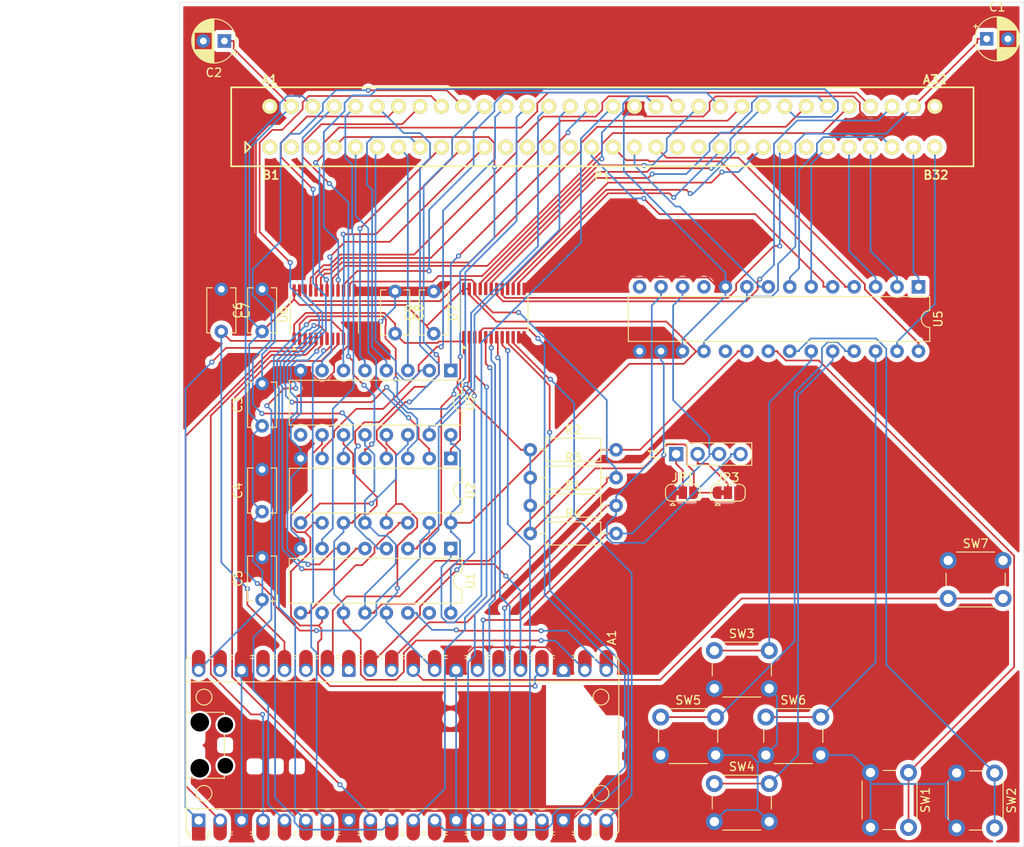
<source format=kicad_pcb>
(kicad_pcb (version 20240108) (generator "pcbnew") (generator_version "8.0")
  (layers (0 "F.Cu" signal) (31 "B.Cu" signal) (34 "B.Paste" user) (35 "F.Paste" user) (36 "B.SilkS" user "B.Silkscreen") (37 "F.SilkS" user "F.Silkscreen") (38 "B.Mask" user) (39 "F.Mask" user) (44 "Edge.Cuts" user))
  (net 0 "")
  (net 1 "/D7")
  (net 2 "LATCH")
  (net 3 "SER_CLK")
  (net 4 "GND")
  (net 6 "/D5")
  (net 7 "/D15")
  (net 8 "/D4")
  (net 9 "Net-(A1-RUN)")
  (net 10 "/D9")
  (net 11 "SR_CLR")
  (net 12 "/D1")
  (net 13 "SER")
  (net 16 "/D13")
  (net 18 "+5V")
  (net 19 "/D0")
  (net 21 "/D10")
  (net 22 "/D11")
  (net 23 "IO_INT")
  (net 24 "OUTPUT_ENABLE")
  (net 25 "+3V3")
  (net 26 "/D14")
  (net 27 "DIR")
  (net 29 "I2C_SCL")
  (net 30 "/D6")
  (net 31 "/D2")
  (net 32 "/D3")
  (net 33 "I2C_SDA")
  (net 35 "~{TRX_OE}")
  (net 36 "/D12")
  (net 37 "/D8")
  (net 40 "Net-(P1-A20)")
  (net 41 "Net-(P1-D6)")
  (net 43 "Net-(P1-A2)")
  (net 44 "Net-(P1-D11)")
  (net 45 "Net-(P1-A14)")
  (net 46 "~{UDSW}")
  (net 47 "Net-(P1-A12)")
  (net 50 "Net-(P1-A13)")
  (net 51 "Net-(P1-A1)")
  (net 52 "~{CE}")
  (net 54 "Net-(P1-A8)")
  (net 56 "~{AS}")
  (net 57 "Net-(P1-D12)")
  (net 58 "Net-(P1-A10)")
  (net 59 "Net-(P1-D1)")
  (net 60 "Net-(P1-A21)")
  (net 61 "Net-(P1-A9)")
  (net 62 "~{TIME}")
  (net 63 "Net-(P1-A5)")
  (net 64 "Net-(P1-D8)")
  (net 65 "Net-(P1-A22)")
  (net 66 "Net-(P1-A15)")
  (net 68 "Net-(P1-A19)")
  (net 70 "Net-(P1-A18)")
  (net 71 "Net-(P1-A7)")
  (net 72 "~{CART_IN}")
  (net 73 "Net-(P1-A16)")
  (net 74 "Net-(P1-D10)")
  (net 75 "Net-(P1-A3)")
  (net 76 "Net-(P1-D0)")
  (net 77 "Net-(P1-D5)")
  (net 78 "Net-(P1-A23)")
  (net 79 "Net-(P1-D2)")
  (net 80 "Net-(P1-A11)")
  (net 81 "Net-(P1-D9)")
  (net 83 "Net-(P1-D4)")
  (net 84 "CLK")
  (net 86 "Net-(P1-D13)")
  (net 87 "~{RESET}")
  (net 88 "Net-(P1-A6)")
  (net 89 "~{LDSW}")
  (net 90 "Net-(P1-A4)")
  (net 91 "Net-(P1-D14)")
  (net 92 "~{M3}")
  (net 93 "Net-(P1-A17)")
  (net 94 "Net-(P1-D7)")
  (net 95 "Net-(P1-D15)")
  (net 96 "Net-(P1-D3)")
  (net 97 "~{OE}")
  (net 98 "Net-(U5-GPA0)")
  (net 99 "Net-(U5-GPA1)")
  (net 100 "Net-(U5-GPA2)")
  (net 101 "Net-(U5-GPA3)")
  (net 102 "Net-(U5-GPA4)")
  (net 103 "Net-(U5-GPA5)")
  (net 104 "Net-(U1-QH')")
  (net 106 "Net-(U2-QH')")
  (net 111 "Net-(J1-Pin_2)")
  (net 112 "Net-(J1-Pin_1)")
  (footprint "Jumper:SolderJumper-3_P1.3mm_Bridged12_RoundedPad1.0x1.5mm" (layer "F.Cu") (at 159.644 108.09)
    (property "Reference" "JP1")
    (property "Value" "SolderJumper_3_Bridged12")
  )
  (footprint "Resistor_THT:R_Axial_DIN0207_L6.3mm_D2.5mm_P10.16mm_Horizontal" (layer "F.Cu") (at 141.58 109.614)
    (property "Reference" "R1")
    (property "Value" "4.7k")
  )
  (footprint "Button_Switch_THT:SW_PUSH_6mm" (layer "F.Cu") (at 163.374 142.53)
    (property "Reference" "SW4")
    (property "Value" "D")
  )
  (footprint "Package_DIP:DIP-16_W7.62mm" (layer "F.Cu") (at 132.167 93.622 -90)
    (property "Reference" "U3")
    (property "Value" "74HC595")
  )
  (footprint "Resistor_THT:R_Axial_DIN0207_L6.3mm_D2.5mm_P10.16mm_Horizontal" (layer "F.Cu") (at 141.58 106.312)
    (property "Reference" "R3")
    (property "Value" "4.7k")
  )
  (footprint "Package_SO:TSSOP-24_4.4x7.8mm_P0.65mm" (layer "F.Cu") (at 117.196 87.008 90)
    (property "Reference" "U6")
    (property "Value" "SN74LVC8T245")
  )
  (footprint "Capacitor_THT:C_Disc_D5.1mm_W3.2mm_P5.00mm" (layer "F.Cu") (at 109.83 110.336 90)
    (property "Reference" "C4")
    (property "Value" "0.1u")
  )
  (footprint "doragasu-footprints:GEN_CART_PORT" (layer "F.Cu") (at 150.114 64.77)
    (property "Reference" "P1")
    (property "Value" "MD-CART-PORT")
  )
  (footprint "Button_Switch_THT:SW_PUSH_6mm" (layer "F.Cu") (at 191.06 116.114)
    (property "Reference" "SW7")
    (property "Value" "SW_Push")
  )
  (footprint "Resistor_THT:R_Axial_DIN0207_L6.3mm_D2.5mm_P10.16mm_Horizontal" (layer "F.Cu") (at 141.58 112.916)
    (property "Reference" "R4")
    (property "Value" "4.7k")
  )
  (footprint "Button_Switch_THT:SW_PUSH_6mm" (layer "F.Cu") (at 186.364 141.224 -90)
    (property "Reference" "SW1")
    (property "Value" "A")
  )
  (footprint "Capacitor_THT:C_Disc_D5.1mm_W3.2mm_P5.00mm" (layer "F.Cu") (at 109.83 89 90)
    (property "Reference" "C6")
    (property "Value" "0.1u")
  )
  (footprint "Capacitor_THT:C_Disc_D5.1mm_W3.2mm_P5.00mm" (layer "F.Cu") (at 105.004 84 -90)
    (property "Reference" "C7")
    (property "Value" "0.1u")
  )
  (footprint "Capacitor_THT:C_Disc_D5.1mm_W3.2mm_P5.00mm" (layer "F.Cu") (at 130.15 89.254 90)
    (property "Reference" "C9")
    (property "Value" "0.1u")
  )
  (footprint "Button_Switch_THT:SW_PUSH_6mm" (layer "F.Cu") (at 169.47 134.656)
    (property "Reference" "SW6")
    (property "Value" "R")
  )
  (footprint "Button_Switch_THT:SW_PUSH_6mm" (layer "F.Cu") (at 157.024 134.656)
    (property "Reference" "SW5")
    (property "Value" "L")
  )
  (footprint "Capacitor_THT:C_Disc_D5.1mm_W3.2mm_P5.00mm" (layer "F.Cu") (at 109.83 100.176 90)
    (property "Reference" "C3")
    (property "Value" "0.1u")
  )
  (footprint "Button_Switch_THT:SW_PUSH_6mm" (layer "F.Cu") (at 163.374 126.782)
    (property "Reference" "SW3")
    (property "Value" "U")
  )
  (footprint "Capacitor_THT:CP_Radial_D5.0mm_P2.50mm" (layer "F.Cu") (at 105.37 54.61 180)
    (property "Reference" "C2")
    (property "Value" "47u")
  )
  (footprint "Package_DIP:DIP-16_W7.62mm" (layer "F.Cu") (at 132.167 104.036 -90)
    (property "Reference" "U2")
    (property "Value" "74HC595")
  )
  (footprint "Package_DIP:DIP-16_W7.62mm" (layer "F.Cu") (at 132.167 114.704 -90)
    (property "Reference" "U1")
    (property "Value" "74HC595")
  )
  (footprint "Capacitor_THT:C_Disc_D5.1mm_W3.2mm_P5.00mm" (layer "F.Cu") (at 125.578 84.254 -90)
    (property "Reference" "C8")
    (property "Value" "0.1u")
  )
  (footprint "Capacitor_THT:C_Disc_D5.1mm_W3.2mm_P5.00mm" (layer "F.Cu") (at 109.83 120.75 90)
    (property "Reference" "C5")
    (property "Value" "0.1u")
  )
  (footprint "Capacitor_THT:CP_Radial_D5.0mm_P2.50mm" (layer "F.Cu") (at 195.62 54.356)
    (property "Reference" "C1")
    (property "Value" "47u")
  )
  (footprint "Package_SO:TSSOP-24_4.4x7.8mm_P0.65mm" (layer "F.Cu") (at 137.281 86.8225 90)
    (property "Reference" "U7")
    (property "Value" "SN74LVC8T245")
  )
  (footprint "Button_Switch_THT:SW_PUSH_6mm" (layer "F.Cu") (at 196.56 141.276 -90)
    (property "Reference" "SW2")
    (property "Value" "B")
  )
  (footprint "Resistor_THT:R_Axial_DIN0207_L6.3mm_D2.5mm_P10.16mm_Horizontal" (layer "F.Cu") (at 141.58 103.01)
    (property "Reference" "R2")
    (property "Value" "4.7k")
  )
  (footprint "Connector_PinSocket_2.54mm:PinSocket_1x04_P2.54mm_Vertical" (layer "F.Cu") (at 158.852 103.518 90)
    (property "Reference" "J1")
    (property "Value" "Conn_01x04")
  )
  (footprint "Package_DIP:DIP-28_W7.62mm" (layer "F.Cu") (at 187.544 83.716 -90)
    (property "Reference" "U5")
    (property "Value" "MCP23017_SP")
  )
  (footprint "Module_RaspberryPi_Pico:RaspberryPi_Pico_Common" (layer "F.Cu") (at 126.45 137.99 90)
    (property "Reference" "A1")
    (property "Value" "RaspberryPi_Pico_W")
  )
  (footprint "Jumper:SolderJumper-3_P1.3mm_Bridged12_RoundedPad1.0x1.5mm" (layer "F.Cu") (at 164.978 108.09)
    (property "Reference" "JP3")
    (property "Value" "SolderJumper_3_Bridged12")
  )
  (gr_rect (start 100 50) (end 200 150) (stroke (width 0.05)) (fill none) (layer "Edge.Cuts"))
  (segment (start 119.471 89.1673) (end 117.9571 87.6534) (width 0.2) (layer "F.Cu") (net 1))
  (segment (start 119.471 89.8705) (end 119.471 89.1673) (width 0.2) (layer "F.Cu") (net 1))
  (segment (start 117.9571 87.6534) (end 115.622 87.6534) (width 0.2) (layer "F.Cu") (net 1))
  (segment (start 115.622 87.6534) (end 115.0699 88.2055) (width 0.2) (layer "F.Cu") (net 1))
  (via (at 115.0699 88.2055) (size 0.6) (drill 0.3) (layers "F.Cu" "B.Cu") (net 1))
  (segment (start 111.3698 95.8288) (end 111.3698 144.2063) (width 0.2) (layer "B.Cu") (net 1))
  (segment (start 111.2119 95.6709) (end 111.3698 95.8288) (width 0.2) (layer "B.Cu") (net 1))
  (segment (start 124.0783 147.9817) (end 125.18 146.88) (width 0.2) (layer "B.Cu") (net 1))
  (segment (start 111.3698 144.2063) (end 113.674 146.5105) (width 0.2) (layer "B.Cu") (net 1))
  (segment (start 111.2119 92.0635) (end 111.2119 95.6709) (width 0.2) (layer "B.Cu") (net 1))
  (segment (start 113.674 146.5105) (end 113.674 147.1281) (width 0.2) (layer "B.Cu") (net 1))
  (segment (start 114.5276 147.9817) (end 124.0783 147.9817) (width 0.2) (layer "B.Cu") (net 1))
  (segment (start 113.674 147.1281) (end 114.5276 147.9817) (width 0.2) (layer "B.Cu") (net 1))
  (segment (start 115.0699 88.2055) (end 111.2119 92.0635) (width 0.2) (layer "B.Cu") (net 1))
  (segment (start 123.1087 122.1862) (end 124.0726 121.2223) (width 0.2) (layer "F.Cu") (net 2))
  (segment (start 122.007 122.324) (end 123.1087 122.324) (width 0.2) (layer "F.Cu") (net 2))
  (segment (start 124.0726 121.2223) (end 127.8844 121.2223) (width 0.2) (layer "F.Cu") (net 2))
  (segment (start 137.2967 116.5543) (end 138.6878 117.9454) (width 0.2) (layer "F.Cu") (net 2))
  (segment (start 123.1087 122.324) (end 123.1087 122.1862) (width 0.2) (layer "F.Cu") (net 2))
  (segment (start 127.8844 121.2223) (end 132.5524 116.5543) (width 0.2) (layer "F.Cu") (net 2))
  (segment (start 132.5524 116.5543) (end 137.2967 116.5543) (width 0.2) (layer "F.Cu") (net 2))
  (via (at 138.6878 117.9454) (size 0.6) (drill 0.3) (layers "F.Cu" "B.Cu") (net 2))
  (segment (start 123.6378 113.18) (end 122.007 111.5492) (width 0.2) (layer "B.Cu") (net 2))
  (segment (start 122.007 120.1328) (end 125.6581 116.4817) (width 0.2) (layer "B.Cu") (net 2))
  (segment (start 123.1264 107.8959) (end 122.007 109.0153) (width 0.2) (layer "B.Cu") (net 2))
  (segment (start 122.007 101.242) (end 122.007 102.3437) (width 0.2) (layer "B.Cu") (net 2))
  (segment (start 122.007 111.5492) (end 122.007 110.5543) (width 0.2) (layer "B.Cu") (net 2))
  (segment (start 124.6249 113.18) (end 123.6378 113.18) (width 0.2) (layer "B.Cu") (net 2))
  (segment (start 125.6581 116.4817) (end 125.6581 114.2132) (width 0.2) (layer "B.Cu") (net 2))
  (segment (start 125.6581 114.2132) (end 124.6249 113.18) (width 0.2) (layer "B.Cu") (net 2))
  (segment (start 123.1264 103.5806) (end 123.1264 107.8959) (width 0.2) (layer "B.Cu") (net 2))
  (segment (start 122.007 109.0153) (end 122.007 110.5543) (width 0.2) (layer "B.Cu") (net 2))
  (segment (start 122.007 111.656) (end 122.007 111.5492) (width 0.2) (layer "B.Cu") (net 2))
  (segment (start 122.007 102.4612) (end 123.1264 103.5806) (width 0.2) (layer "B.Cu") (net 2))
  (segment (start 122.007 102.3437) (end 122.007 102.4612) (width 0.2) (layer "B.Cu") (net 2))
  (segment (start 122.007 122.324) (end 122.007 120.1328) (width 0.2) (layer "B.Cu") (net 2))
  (segment (start 140.42 119.6776) (end 140.42 129.1) (width 0.2) (layer "B.Cu") (net 2))
  (segment (start 138.6878 117.9454) (end 140.42 119.6776) (width 0.2) (layer "B.Cu") (net 2))
  (segment (start 119.467 122.324) (end 119.467 123.4257) (width 0.2) (layer "F.Cu") (net 3))
  (segment (start 120.6182 103.4949) (end 119.467 102.3437) (width 0.2) (layer "F.Cu") (net 3))
  (segment (start 121.5101 129.5984) (end 122.1581 130.2464) (width 0.2) (layer "F.Cu") (net 3))
  (segment (start 123.4074 108.5639) (end 120.6182 105.7747) (width 0.2) (layer "F.Cu") (net 3))
  (segment (start 121.5101 125.4688) (end 121.5101 129.5984) (width 0.2) (layer "F.Cu") (net 3))
  (segment (start 119.467 123.4257) (end 121.5101 125.4688) (width 0.2) (layer "F.Cu") (net 3))
  (segment (start 126.6153 127.0494) (end 128.0762 125.5885) (width 0.2) (layer "F.Cu") (net 3))
  (segment (start 122.1581 130.2464) (end 125.6597 130.2464) (width 0.2) (layer "F.Cu") (net 3))
  (segment (start 122.4493 110.5543) (end 123.4074 109.5962) (width 0.2) (layer "F.Cu") (net 3))
  (segment (start 126.6153 129.2908) (end 126.6153 127.0494) (width 0.2) (layer "F.Cu") (net 3))
  (segment (start 121.5326 110.5543) (end 122.4493 110.5543) (width 0.2) (layer "F.Cu") (net 3))
  (segment (start 125.6597 130.2464) (end 126.6153 129.2908) (width 0.2) (layer "F.Cu") (net 3))
  (segment (start 120.5687 111.5182) (end 121.5326 110.5543) (width 0.2) (layer "F.Cu") (net 3))
  (segment (start 119.467 111.656) (end 120.5687 111.656) (width 0.2) (layer "F.Cu") (net 3))
  (segment (start 123.4074 109.5962) (end 123.4074 108.5639) (width 0.2) (layer "F.Cu") (net 3))
  (segment (start 120.5687 111.656) (end 120.5687 111.5182) (width 0.2) (layer "F.Cu") (net 3))
  (segment (start 119.467 101.242) (end 119.467 102.3437) (width 0.2) (layer "F.Cu") (net 3))
  (segment (start 128.0762 125.5885) (end 142.8661 125.5885) (width 0.2) (layer "F.Cu") (net 3))
  (segment (start 120.6182 105.7747) (end 120.6182 103.4949) (width 0.2) (layer "F.Cu") (net 3))
  (via (at 142.8661 125.5885) (size 0.6) (drill 0.3) (layers "F.Cu" "B.Cu") (net 3))
  (segment (start 119.467 111.656) (end 119.467 112.7577) (width 0.2) (layer "B.Cu") (net 3))
  (segment (start 119.467 122.324) (end 119.467 121.2223) (width 0.2) (layer "B.Cu") (net 3))
  (segment (start 119.467 121.2223) (end 118.3626 120.1179) (width 0.2) (layer "B.Cu") (net 3))
  (segment (start 144.5285 125.5885) (end 148.04 129.1) (width 0.2) (layer "B.Cu") (net 3))
  (segment (start 118.3626 113.8621) (end 119.467 112.7577) (width 0.2) (layer "B.Cu") (net 3))
  (segment (start 142.8661 125.5885) (end 144.5285 125.5885) (width 0.2) (layer "B.Cu") (net 3))
  (segment (start 118.3626 120.1179) (end 118.3626 113.8621) (width 0.2) (layer "B.Cu") (net 3))
  (segment (start 132.8 128.471) (end 134.8831 126.3879) (width 0.2) (layer "F.Cu") (net 4))
  (segment (start 157.064 91.336) (end 154.524 91.336) (width 0.2) (layer "F.Cu") (net 4))
  (segment (start 166.278 108.5028) (end 166.278 108.09) (width 0.2) (layer "F.Cu") (net 4))
  (segment (start 173.8892 116.114) (end 191.06 116.114) (width 0.2) (layer "F.Cu") (net 4))
  (segment (start 162.0694 63.5477) (end 162.814 62.8031) (width 0.2) (layer "F.Cu") (net 4))
  (segment (start 109.0995 63.8745) (end 109.0995 84) (width 0.2) (layer "F.Cu") (net 4))
  (segment (start 102.87 54.61) (end 110.617 62.357) (width 0.2) (layer "F.Cu") (net 4))
  (segment (start 165.6391 109.1417) (end 166.278 108.5028) (width 0.2) (layer "F.Cu") (net 4))
  (segment (start 159.604 91.336) (end 157.064 91.336) (width 0.2) (layer "F.Cu") (net 4))
  (segment (start 120.121 90.5706) (end 120.121 89.8705) (width 0.2) (layer "F.Cu") (net 4))
  (segment (start 158.912 109.1417) (end 165.6391 109.1417) (width 0.2) (layer "F.Cu") (net 4))
  (segment (start 134.8831 126.3879) (end 143.4685 126.3879) (width 0.2) (layer "F.Cu") (net 4))
  (segment (start 114.387 104.036) (end 113.2853 104.036) (width 0.2) (layer "F.Cu") (net 4))
  (segment (start 153.924 62.357) (end 155.1147 63.5477) (width 0.2) (layer "F.Cu") (net 4))
  (segment (start 113.2853 104.036) (end 111.13 104.036) (width 0.2) (layer "F.Cu") (net 4))
  (segment (start 114.387 114.704) (end 113.2853 114.704) (width 0.2) (layer "F.Cu") (net 4))
  (segment (start 120.121 89.8705) (end 120.771 89.8705) (width 0.2) (layer "F.Cu") (net 4))
  (segment (start 157.024 139.156) (end 163.524 139.156) (width 0.2) (layer "F.Cu") (net 4))
  (segment (start 164.684 83.716) (end 163.5823 83.716) (width 0.2) (layer "F.Cu") (net 4))
  (segment (start 155.1147 63.5477) (end 162.0694 63.5477) (width 0.2) (layer "F.Cu") (net 4))
  (segment (start 157.024 139.156) (end 150.7898 145.3902) (width 0.2) (layer "F.Cu") (net 4))
  (segment (start 132.8 145.7739) (end 132.8 146.88) (width 0.2) (layer "F.Cu") (net 4))
  (segment (start 163.5823 83.5783) (end 162.6148 82.6108) (width 0.2) (layer "F.Cu") (net 4))
  (segment (start 158.912 109.1417) (end 158.912 110.9444) (width 0.2) (layer "F.Cu") (net 4))
  (segment (start 169.874 131.282) (end 163.374 131.282) (width 0.2) (layer "F.Cu") (net 4))
  (segment (start 113.8362 93.622) (end 114.387 93.622) (width 0.2) (layer "F.Cu") (net 4))
  (segment (start 147.9718 145.3902) (end 146.482 146.88) (width 0.2) (layer "F.Cu") (net 4))
  (segment (start 125.578 84.254) (end 120.8795 84.254) (width 0.2) (layer "F.Cu") (net 4))
  (segment (start 118.3653 92.3263) (end 120.121 90.5706) (width 0.2) (layer "F.Cu") (net 4))
  (segment (start 118.3653 93.7702) (end 118.3653 92.3263) (width 0.2) (layer "F.Cu") (net 4))
  (segment (start 158.344 108.09) (end 158.344 108.5737) (width 0.2) (layer "F.Cu") (net 4))
  (segment (start 180.594 62.8585) (end 181.3374 63.6019) (width 0.2) (layer "F.Cu") (net 4))
  (segment (start 112.2393 115.75) (end 113.2853 114.704) (width 0.2) (layer "F.Cu") (net 4))
  (segment (start 110.617 62.357) (end 109.0995 63.8745) (width 0.2) (layer "F.Cu") (net 4))
  (segment (start 190.119 62.357) (end 189.484 62.357) (width 0.2) (layer "F.Cu") (net 4))
  (segment (start 132.8 145.7739) (end 144.3939 145.7739) (width 0.2) (layer "F.Cu") (net 4))
  (segment (start 158.912 110.9444) (end 143.4685 126.3879) (width 0.2) (layer "F.Cu") (net 4))
  (segment (start 121.8275 89.8705) (end 123.8847 87.8133) (width 0.2) (layer "F.Cu") (net 4))
  (segment (start 140.856 89.685) (end 140.206 89.685) (width 0.2) (layer "F.Cu") (net 4))
  (segment (start 109.83 115.75) (end 112.2393 115.75) (width 0.2) (layer "F.Cu") (net 4))
  (segment (start 142.507 91.336) (end 140.856 89.685) (width 0.2) (layer "F.Cu") (net 4))
  (segment (start 143.4685 126.3879) (end 145.5 128.4194) (width 0.2) (layer "F.Cu") (net 4))
  (segment (start 188.2391 63.6019) (end 189.484 62.357) (width 0.2) (layer "F.Cu") (net 4))
  (segment (start 115.4887 93.7597) (end 116.4751 94.7461) (width 0.2) (layer "F.Cu") (net 4))
  (segment (start 180.594 61.9109) (end 180.594 62.8585) (width 0.2) (layer "F.Cu") (net 4))
  (segment (start 114.387 93.622) (end 115.4887 93.622) (width 0.2) (layer "F.Cu") (net 4))
  (segment (start 120.8795 84.254) (end 120.771 84.1455) (width 0.2) (layer "F.Cu") (net 4))
  (segment (start 116.4751 94.7461) (end 117.3894 94.7461) (width 0.2) (layer "F.Cu") (net 4))
  (segment (start 111.13 104.036) (end 109.83 105.336) (width 0.2) (layer "F.Cu") (net 4))
  (segment (start 132.8 129.1) (end 132.8 128.471) (width 0.2) (layer "F.Cu") (net 4))
  (segment (start 113.8362 93.622) (end 113.2853 93.622) (width 0.2) (layer "F.Cu") (net 4))
  (segment (start 146.482 146.88) (end 145.5 146.88) (width 0.2) (layer "F.Cu") (net 4))
  (segment (start 107.4 129.1) (end 107.4 118.18) (width 0.2) (layer "F.Cu") (net 4))
  (segment (start 107.4 118.18) (end 109.83 115.75) (width 0.2) (layer "F.Cu") (net 4))
  (segment (start 107.4 146.88) (end 108.5047 145.7753) (width 0.2) (layer "F.Cu") (net 4))
  (segment (start 181.3374 63.6019) (end 188.2391 63.6019) (width 0.2) (layer "F.Cu") (net 4))
  (segment (start 144.3939 145.7739) (end 145.5 146.88) (width 0.2) (layer "F.Cu") (net 4))
  (segment (start 108.5047 145.7753) (end 118.9953 145.7753) (width 0.2) (layer "F.Cu") (net 4))
  (segment (start 163.5309 61.1663) (end 179.8494 61.1663) (width 0.2) (layer "F.Cu") (net 4))
  (segment (start 142.2052 82.6108) (end 140.856 83.96) (width 0.2) (layer "F.Cu") (net 4))
  (segment (start 191.06 116.114) (end 197.56 116.114) (width 0.2) (layer "F.Cu") (net 4))
  (segment (start 162.814 62.8031) (end 162.814 61.8832) (width 0.2) (layer "F.Cu") (net 4))
  (segment (start 111.384 93.622) (end 109.83 95.176) (width 0.2) (layer "F.Cu") (net 4))
  (segment (start 166.278 108.5028) (end 173.8892 116.114) (width 0.2) (layer "F.Cu") (net 4))
  (segment (start 154.524 91.336) (end 142.507 91.336) (width 0.2) (layer "F.Cu") (net 4))
  (segment (start 109.83 84) (end 109.0995 84) (width 0.2) (layer "F.Cu") (net 4))
  (segment (start 163.5823 83.716) (end 163.5823 83.5783) (width 0.2) (layer "F.Cu") (net 4))
  (segment (start 118.9953 145.7753) (end 120.1 146.88) (width 0.2) (layer "F.Cu") (net 4))
  (segment (start 157.3859 107.1319) (end 158.344 108.09) (width 0.2) (layer "F.Cu") (net 4))
  (segment (start 115.4887 93.622) (end 115.4887 93.7597) (width 0.2) (layer "F.Cu") (net 4))
  (segment (start 110.617 62.357) (end 110.744 62.357) (width 0.2) (layer "F.Cu") (net 4))
  (segment (start 175.97 139.156) (end 169.47 139.156) (width 0.2) (layer "F.Cu") (net 4))
  (segment (start 162.814 61.8832) (end 163.5309 61.1663) (width 0.2) (layer "F.Cu") (net 4))
  (segment (start 158.344 108.5737) (end 158.912 109.1417) (width 0.2) (layer "F.Cu") (net 4))
  (segment (start 109.0995 84) (end 105.004 84) (width 0.2) (layer "F.Cu") (net 4))
  (segment (start 145.5 128.4194) (end 145.5 129.1) (width 0.2) (layer "F.Cu") (net 4))
  (segment (start 120.771 89.8705) (end 121.8275 89.8705) (width 0.2) (layer "F.Cu") (net 4))
  (segment (start 150.7898 145.3902) (end 147.9718 145.3902) (width 0.2) (layer "F.Cu") (net 4))
  (segment (start 120.1 146.88) (end 121.2061 145.7739) (width 0.2) (layer "F.Cu") (net 4))
  (segment (start 130.15 84.254) (end 125.578 84.254) (width 0.2) (layer "F.Cu") (net 4))
  (segment (start 113.2853 93.622) (end 111.384 93.622) (width 0.2) (layer "F.Cu") (net 4))
  (segment (start 117.3894 94.7461) (end 118.3653 93.7702) (width 0.2) (layer "F.Cu") (net 4))
  (segment (start 198.12 54.356) (end 190.119 62.357) (width 0.2) (layer "F.Cu") (net 4))
  (segment (start 121.2061 145.7739) (end 132.8 145.7739) (width 0.2) (layer "F.Cu") (net 4))
  (segment (start 162.6148 82.6108) (end 142.2052 82.6108) (width 0.2) (layer "F.Cu") (net 4))
  (segment (start 157.3859 103.6076) (end 157.3859 107.1319) (width 0.2) (layer "F.Cu") (net 4))
  (segment (start 179.8494 61.1663) (end 180.594 61.9109) (width 0.2) (layer "F.Cu") (net 4))
  (via (at 123.8847 87.8133) (size 0.6) (drill 0.3) (layers "F.Cu" "B.Cu") (net 4))
  (via (at 157.3859 103.6076) (size 0.6) (drill 0.3) (layers "F.Cu" "B.Cu") (net 4))
  (segment (start 123.8847 87.8133) (end 125.578 86.12) (width 0.2) (layer "B.Cu") (net 4))
  (segment (start 125.578 86.12) (end 125.578 84.254) (width 0.2) (layer "B.Cu") (net 4))
  (segment (start 190.7608 142.5752) (end 192.06 141.276) (width 0.2) (layer "B.Cu") (net 4))
  (segment (start 114.4394 94.7761) (end 114.387 94.7237) (width 0.2) (layer "B.Cu") (net 4))
  (segment (start 114.387 104.036) (end 114.387 102.9343) (width 0.2) (layer "B.Cu") (net 4))
  (segment (start 175.97 139.156) (end 179.796 139.156) (width 0.2) (layer "B.Cu") (net 4))
  (segment (start 114.387 104.036) (end 114.387 105.1377) (width 0.2) (layer "B.Cu") (net 4))
  (segment (start 114.387 93.622) (end 114.387 94.7237) (width 0.2) (layer "B.Cu") (net 4))
  (segment (start 179.796 139.156) (end 181.864 141.224) (width 0.2) (layer "B.Cu") (net 4))
  (segment (start 114.4394 98.6491) (end 114.4394 94.7761) (width 0.2) (layer "B.Cu") (net 4))
  (segment (start 113.2374 99.8511) (end 114.4394 98.6491) (width 0.2) (layer "B.Cu") (net 4))
  (segment (start 190.7608 146.4768) (end 190.7608 142.5752) (width 0.2) (layer "B.Cu") (net 4))
  (segment (start 157.064 91.336) (end 157.064 92.4377) (width 0.2) (layer "B.Cu") (net 4))
  (segment (start 114.387 113.6023) (end 113.284 112.4993) (width 0.2) (layer "B.Cu") (net 4))
  (segment (start 109.83 95.176) (end 109.83 91.7124) (width 0.2) (layer "B.Cu") (net 4))
  (segment (start 169.874 131.282) (end 170.7812 132.1892) (width 0.2) (layer "B.Cu") (net 4))
  (segment (start 181.864 147.724) (end 181.864 142.5752) (width 0.2) (layer "B.Cu") (net 4))
  (segment (start 114.387 102.9343) (end 113.2374 101.7847) (width 0.2) (layer "B.Cu") (net 4))
  (segment (start 157.3859 92.7596) (end 157.064 92.4377) (width 0.2) (layer "B.Cu") (net 4))
  (segment (start 170.7812 137.8448) (end 169.47 139.156) (width 0.2) (layer "B.Cu") (net 4))
  (segment (start 164.684 83.716) (end 164.684 82.6143) (width 0.2) (layer "B.Cu") (net 4))
  (segment (start 168.4993 145.6553) (end 169.874 147.03) (width 0.2) (layer "B.Cu") (net 4))
  (segment (start 170.7812 132.1892) (end 170.7812 137.8448) (width 0.2) (layer "B.Cu") (net 4))
  (segment (start 152.654 70.0286) (end 152.654 63.627) (width 0.2) (layer "B.Cu") (net 4))
  (segment (start 164.684 83.716) (end 164.684 84.8177) (width 0.2) (layer "B.Cu") (net 4))
  (segment (start 157.3859 103.6076) (end 157.3859 92.7596) (width 0.2) (layer "B.Cu") (net 4))
  (segment (start 169.47 139.156) (end 168.5832 140.0428) (width 0.2) (layer "B.Cu") (net 4))
  (segment (start 111.3349 85.5049) (end 109.83 84) (width 0.2) (layer "B.Cu") (net 4))
  (segment (start 168.5832 140.0428) (end 168.4993 140.0428) (width 0.2) (layer "B.Cu") (net 4))
  (segment (start 114.387 114.704) (end 114.387 113.6023) (width 0.2) (layer "B.Cu") (net 4))
  (segment (start 168.4993 140.0428) (end 168.4993 145.6553) (width 0.2) (layer "B.Cu") (net 4))
  (segment (start 181.864 142.5752) (end 190.7608 142.5752) (width 0.2) (layer "B.Cu") (net 4))
  (segment (start 132.8 146.88) (end 132.8 129.1) (width 0.2) (layer "B.Cu") (net 4))
  (segment (start 109.83 91.7124) (end 111.3349 90.2075) (width 0.2) (layer "B.Cu") (net 4))
  (segment (start 159.604 91.336) (end 159.604 89.8977) (width 0.2) (layer "B.Cu") (net 4))
  (segment (start 167.6125 139.156) (end 163.524 139.156) (width 0.2) (layer "B.Cu") (net 4))
  (segment (start 111.3349 90.2075) (end 111.3349 85.5049) (width 0.2) (layer "B.Cu") (net 4))
  (segment (start 168.4993 145.6553) (end 164.7487 145.6553) (width 0.2) (layer "B.Cu") (net 4))
  (segment (start 159.604 89.8977) (end 164.684 84.8177) (width 0.2) (layer "B.Cu") (net 4))
  (segment (start 113.284 106.2407) (end 114.387 105.1377) (width 0.2) (layer "B.Cu") (net 4))
  (segment (start 113.284 112.4993) (end 113.284 106.2407) (width 0.2) (layer "B.Cu") (net 4))
  (segment (start 164.684 82.6143) (end 164.684 82.0586) (width 0.2) (layer "B.Cu") (net 4))
  (segment (start 181.864 142.5752) (end 181.864 141.224) (width 0.2) (layer "B.Cu") (net 4))
  (segment (start 152.654 63.627) (end 153.924 62.357) (width 0.2) (layer "B.Cu") (net 4))
  (segment (start 164.7487 145.6553) (end 163.374 147.03) (width 0.2) (layer "B.Cu") (net 4))
  (segment (start 168.4993 140.0428) (end 167.6125 139.156) (width 0.2) (layer "B.Cu") (net 4))
  (segment (start 113.2374 101.7847) (end 113.2374 99.8511) (width 0.2) (layer "B.Cu") (net 4))
  (segment (start 107.4 146.88) (end 107.4 129.1) (width 0.2) (layer "B.Cu") (net 4))
  (segment (start 192.06 147.776) (end 190.7608 146.4768) (width 0.2) (layer "B.Cu") (net 4))
  (segment (start 164.684 82.0586) (end 152.654 70.0286) (width 0.2) (layer "B.Cu") (net 4))
  (segment (start 118.171 89.8705) (end 118.171 90.5267) (width 0.2) (layer "F.Cu") (net 6))
  (segment (start 117.4263 91.2714) (end 117.1038 91.2714) (width 0.2) (layer "F.Cu") (net 6))
  (segment (start 118.171 90.5267) (end 117.4263 91.2714) (width 0.2) (layer "F.Cu") (net 6))
  (via (at 117.1038 91.2714) (size 0.6) (drill 0.3) (layers "F.Cu" "B.Cu") (net 6))
  (segment (start 115.6481 121.2555) (end 115.6481 126.3863) (width 0.2) (layer "B.Cu") (net 6))
  (segment (start 115.8235 92.8239) (end 115.8235 115.7487) (width 0.2) (layer "B.Cu") (net 6))
  (segment (start 115.8235 115.7487) (end 115.8818 115.807) (width 0.2) (layer "B.Cu") (net 6))
  (segment (start 116.29 145.61) (end 117.56 146.88) (width 0.2) (layer "B.Cu") (net 6))
  (segment (start 116.29 127.0282) (end 116.29 145.61) (width 0.2) (layer "B.Cu") (net 6))
  (segment (start 115.8818 121.0218) (end 115.6481 121.2555) (width 0.2) (layer "B.Cu") (net 6))
  (segment (start 115.6481 126.3863) (end 116.29 127.0282) (width 0.2) (layer "B.Cu") (net 6))
  (segment (start 117.1038 91.5436) (end 115.8235 92.8239) (width 0.2) (layer "B.Cu") (net 6))
  (segment (start 117.1038 91.2714) (end 117.1038 91.5436) (width 0.2) (layer "B.Cu") (net 6))
  (segment (start 115.8818 115.807) (end 115.8818 121.0218) (width 0.2) (layer "B.Cu") (net 6))
  (segment (start 143.9594 94.6565) (end 143.8578 94.6565) (width 0.2) (layer "F.Cu") (net 7))
  (segment (start 139.556 90.3547) (end 139.556 89.685) (width 0.2) (layer "F.Cu") (net 7))
  (segment (start 143.8578 94.6565) (end 139.556 90.3547) (width 0.2) (layer "F.Cu") (net 7))
  (via (at 143.9594 94.6565) (size 0.6) (drill 0.3) (layers "F.Cu" "B.Cu") (net 7))
  (segment (start 146.7727 110.7833) (end 146.7727 97.4698) (width 0.2) (layer "B.Cu") (net 7))
  (segment (start 153.589 117.5996) (end 146.7727 110.7833) (width 0.2) (layer "B.Cu") (net 7))
  (segment (start 153.589 143.871) (end 153.589 117.5996) (width 0.2) (layer "B.Cu") (net 7))
  (segment (start 146.7727 97.4698) (end 143.9594 94.6565) (width 0.2) (layer "B.Cu") (net 7))
  (segment (start 150.58 146.88) (end 153.589 143.871) (width 0.2) (layer "B.Cu") (net 7))
  (segment (start 117.521 89.2029) (end 116.6168 88.2987) (width 0.2) (layer "F.Cu") (net 8))
  (segment (start 117.521 89.8705) (end 117.521 89.2029) (width 0.2) (layer "F.Cu") (net 8))
  (segment (start 116.6168 88.2987) (end 115.9691 88.2987) (width 0.2) (layer "F.Cu") (net 8))
  (via (at 115.9691 88.2987) (size 0.6) (drill 0.3) (layers "F.Cu" "B.Cu") (net 8))
  (segment (start 113.75 123.594) (end 113.75 145.61) (width 0.2) (layer "B.Cu") (net 8))
  (segment (start 111.8242 95.7131) (end 111.8242 121.6682) (width 0.2) (layer "B.Cu") (net 8))
  (segment (start 113.75 145.61) (end 115.02 146.88) (width 0.2) (layer "B.Cu") (net 8))
  (segment (start 115.4414 88.8264) (end 115.212 88.8264) (width 0.2) (layer "B.Cu") (net 8))
  (segment (start 111.6137 92.4247) (end 111.6137 95.5026) (width 0.2) (layer "B.Cu") (net 8))
  (segment (start 111.6137 95.5026) (end 111.8242 95.7131) (width 0.2) (layer "B.Cu") (net 8))
  (segment (start 115.212 88.8264) (end 111.6137 92.4247) (width 0.2) (layer "B.Cu") (net 8))
  (segment (start 115.9691 88.2987) (end 115.4414 88.8264) (width 0.2) (layer "B.Cu") (net 8))
  (segment (start 111.8242 121.6682) (end 113.75 123.594) (width 0.2) (layer "B.Cu") (net 8))
  (segment (start 128.8745 130.2545) (end 127.72 129.1) (width 0.2) (layer "F.Cu") (net 9))
  (segment (start 166.6113 120.614) (end 156.9708 130.2545) (width 0.2) (layer "F.Cu") (net 9))
  (segment (start 191.06 120.614) (end 166.6113 120.614) (width 0.2) (layer "F.Cu") (net 9))
  (segment (start 156.9708 130.2545) (end 128.8745 130.2545) (width 0.2) (layer "F.Cu") (net 9))
  (segment (start 197.56 120.614) (end 191.06 120.614) (width 0.2) (layer "F.Cu") (net 9))
  (segment (start 136.0238 88.6287) (end 141.2949 88.6287) (width 0.2) (layer "F.Cu") (net 10))
  (segment (start 135.656 89.685) (end 135.656 88.9965) (width 0.2) (layer "F.Cu") (net 10))
  (segment (start 135.656 88.9965) (end 136.0238 88.6287) (width 0.2) (layer "F.Cu") (net 10))
  (segment (start 141.2949 88.6287) (end 142.4918 89.8256) (width 0.2) (layer "F.Cu") (net 10))
  (via (at 142.4918 89.8256) (size 0.6) (drill 0.3) (layers "F.Cu" "B.Cu") (net 10))
  (segment (start 143.2753 90.6091) (end 143.2753 120.1658) (width 0.2) (layer "B.Cu") (net 10))
  (segment (start 131.3883 148.0083) (end 130.26 146.88) (width 0.2) (layer "B.Cu") (net 10))
  (segment (start 145.0246 145.4434) (end 144.2335 146.2345) (width 0.2) (layer "B.Cu") (net 10))
  (segment (start 142.4918 89.8256) (end 143.2753 90.6091) (width 0.2) (layer "B.Cu") (net 10))
  (segment (start 152.7792 140.5971) (end 147.9329 145.4434) (width 0.2) (layer "B.Cu") (net 10))
  (segment (start 144.2335 146.2345) (end 144.2335 147.2165) (width 0.2) (layer "B.Cu") (net 10))
  (segment (start 143.2753 120.1658) (end 152.7792 129.6697) (width 0.2) (layer "B.Cu") (net 10))
  (segment (start 144.2335 147.2165) (end 143.4417 148.0083) (width 0.2) (layer "B.Cu") (net 10))
  (segment (start 147.9329 145.4434) (end 145.0246 145.4434) (width 0.2) (layer "B.Cu") (net 10))
  (segment (start 143.4417 148.0083) (end 131.3883 148.0083) (width 0.2) (layer "B.Cu") (net 10))
  (segment (start 152.7792 129.6697) (end 152.7792 140.5971) (width 0.2) (layer "B.Cu") (net 10))
  (segment (start 116.927 101.242) (end 116.927 102.3437) (width 0.2) (layer "F.Cu") (net 11))
  (segment (start 116.927 111.656) (end 115.8253 111.656) (width 0.2) (layer "F.Cu") (net 11))
  (segment (start 115.5428 115.1155) (end 115.5428 113.4128) (width 0.2) (layer "F.Cu") (net 11))
  (segment (start 116.4492 129.5509) (end 116.4492 125.8012) (width 0.2) (layer "F.Cu") (net 11))
  (segment (start 113.2482 122.7501) (end 113.2482 117.4101) (width 0.2) (layer "F.Cu") (net 11))
  (segment (start 115.8253 108.2047) (end 115.8253 103.4454) (width 0.2) (layer "F.Cu") (net 11))
  (segment (start 116.5215 123.8312) (end 116.5026 123.8123) (width 0.2) (layer "F.Cu") (net 11))
  (segment (start 117.8914 130.9931) (end 116.4492 129.5509) (width 0.2) (layer "F.Cu") (net 11))
  (segment (start 116.8551 125.3953) (end 116.8551 124.1648) (width 0.2) (layer "F.Cu") (net 11))
  (segment (start 116.5215 123.8312) (end 116.927 123.4257) (width 0.2) (layer "F.Cu") (net 11))
  (segment (start 115.8253 111.656) (end 115.8253 111.8345) (width 0.2) (layer "F.Cu") (net 11))
  (segment (start 116.8551 124.1648) (end 116.5215 123.8312) (width 0.2) (layer "F.Cu") (net 11))
  (segment (start 142.1451 130.9931) (end 117.8914 130.9931) (width 0.2) (layer "F.Cu") (net 11))
  (segment (start 113.246 110.784) (end 115.8253 108.2047) (width 0.2) (layer "F.Cu") (net 11))
  (segment (start 115.8253 111.8345) (end 114.8949 112.7649) (width 0.2) (layer "F.Cu") (net 11))
  (segment (start 113.9313 112.7649) (end 113.246 112.0796) (width 0.2) (layer "F.Cu") (net 11))
  (segment (start 115.8253 103.4454) (end 116.927 102.3437) (width 0.2) (layer "F.Cu") (net 11))
  (segment (start 115.5428 113.4128) (end 114.8949 112.7649) (width 0.2) (layer "F.Cu") (net 11))
  (segment (start 116.4492 125.8012) (end 116.8551 125.3953) (width 0.2) (layer "F.Cu") (net 11))
  (segment (start 114.8949 112.7649) (end 113.9313 112.7649) (width 0.2) (layer "F.Cu") (net 11))
  (segment (start 116.5026 123.8123) (end 114.3104 123.8123) (width 0.2) (layer "F.Cu") (net 11))
  (segment (start 116.927 122.324) (end 116.927 123.4257) (width 0.2) (layer "F.Cu") (net 11))
  (segment (start 113.246 112.0796) (end 113.246 110.784) (width 0.2) (layer "F.Cu") (net 11))
  (segment (start 113.2482 117.4101) (end 115.5428 115.1155) (width 0.2) (layer "F.Cu") (net 11))
  (segment (start 114.3104 123.8123) (end 113.2482 122.7501) (width 0.2) (layer "F.Cu") (net 11))
  (via (at 142.1451 130.9931) (size 0.6) (drill 0.3) (layers "F.Cu" "B.Cu") (net 11))
  (segment (start 142.1452 129.9148) (end 142.1452 130.9931) (width 0.2) (layer "B.Cu") (net 11))
  (segment (start 142.96 129.1) (end 142.1452 129.9148) (width 0.2) (layer "B.Cu") (net 11))
  (segment (start 142.1452 130.9931) (end 142.1451 130.9931) (width 0.2) (layer "B.Cu") (net 11))
  (segment (start 114.8036 91.349) (end 110.7953 91.349) (width 0.2) (layer "F.Cu") (net 12))
  (segment (start 115.571 89.8705) (end 115.571 90.5816) (width 0.2) (layer "F.Cu") (net 12))
  (segment (start 115.571 90.5816) (end 114.8036 91.349) (width 0.2) (layer "F.Cu") (net 12))
  (segment (start 100.7847 101.3596) (end 100.7847 142.8047) (width 0.2) (layer "F.Cu") (net 12))
  (segment (start 100.7847 142.8047) (end 104.86 146.88) (width 0.2) (layer "F.Cu") (net 12))
  (segment (start 110.7953 91.349) (end 100.7847 101.3596) (width 0.2) (layer "F.Cu") (net 12))
  (segment (start 142.8737 124.4323) (end 132.9235 124.4323) (width 0.2) (layer "F.Cu") (net 13))
  (segment (start 132.9235 124.4323) (end 132.8241 124.3329) (width 0.2) (layer "F.Cu") (net 13))
  (via (at 132.8241 124.3329) (size 0.6) (drill 0.3) (layers "F.Cu" "B.Cu") (net 13))
  (via (at 142.8737 124.4323) (size 0.6) (drill 0.3) (layers "F.Cu" "B.Cu") (net 13))
  (segment (start 129.9693 124.3329) (end 128.1887 122.5523) (width 0.2) (layer "B.Cu") (net 13))
  (segment (start 145.9123 124.4323) (end 142.8737 124.4323) (width 0.2) (layer "B.Cu") (net 13))
  (segment (start 127.087 122.324) (end 128.1887 122.324) (width 0.2) (layer "B.Cu") (net 13))
  (segment (start 128.1887 122.5523) (end 128.1887 122.324) (width 0.2) (layer "B.Cu") (net 13))
  (segment (start 150.58 129.1) (end 145.9123 124.4323) (width 0.2) (layer "B.Cu") (net 13))
  (segment (start 132.8241 124.3329) (end 129.9693 124.3329) (width 0.2) (layer "B.Cu") (net 13))
  (segment (start 138.256 89.685) (end 138.256 90.6041) (width 0.2) (layer "F.Cu") (net 16))
  (segment (start 138.256 90.6041) (end 138.9185 91.2666) (width 0.2) (layer "F.Cu") (net 16))
  (via (at 138.9185 91.2666) (size 0.6) (drill 0.3) (layers "F.Cu" "B.Cu") (net 16))
  (segment (start 141.5408 145.4608) (end 141.5408 114.4348) (width 0.2) (layer "B.Cu") (net 16))
  (segment (start 138.9185 111.8125) (end 138.9185 91.2666) (width 0.2) (layer "B.Cu") (net 16))
  (segment (start 142.96 146.88) (end 141.5408 145.4608) (width 0.2) (layer "B.Cu") (net 16))
  (segment (start 141.5408 114.4348) (end 138.9185 111.8125) (width 0.2) (layer "B.Cu") (net 16))
  (segment (start 137.5562 87.8302) (end 134.356 84.63) (width 0.2) (layer "F.Cu") (net 18))
  (segment (start 133.706 83.96) (end 134.356 83.96) (width 0.2) (layer "F.Cu") (net 18))
  (segment (start 113.621 84.1455) (end 114.271 84.1455) (width 0.2) (layer "F.Cu") (net 18))
  (segment (start 109.83 89) (end 113.621 85.209) (width 0.2) (layer "F.Cu") (net 18))
  (segment (start 113.621 85.209) (end 113.621 84.1455) (width 0.2) (layer "F.Cu") (net 18))
  (segment (start 153.3184 92.8297) (end 134.4921 111.656) (width 0.2) (layer "F.Cu") (net 18))
  (segment (start 134.356 84.63) (end 134.356 83.96) (width 0.2) (layer "F.Cu") (net 18))
  (segment (start 129.3173 88.3487) (end 133.706 83.96) (width 0.2) (layer "F.Cu") (net 18))
  (segment (start 161.6791 91.336) (end 161.6527 91.3624) (width 0.2) (layer "F.Cu") (net 18))
  (segment (start 195.62 54.356) (end 194.5183 54.356) (width 0.2) (layer "F.Cu") (net 18))
  (segment (start 161.6527 91.3624) (end 161.2235 91.3624) (width 0.2) (layer "F.Cu") (net 18))
  (segment (start 186.944 62.357) (end 194.5183 54.7827) (width 0.2) (layer "F.Cu") (net 18))
  (segment (start 134.4921 111.656) (end 132.167 111.656) (width 0.2) (layer "F.Cu") (net 18))
  (segment (start 129.3173 88.3487) (end 129.3173 88.4213) (width 0.2) (layer "F.Cu") (net 18))
  (segment (start 126.834 85.8654) (end 129.3173 88.3487) (width 0.2) (layer "F.Cu") (net 18))
  (segment (start 161.2235 91.3624) (end 159.7562 92.8297) (width 0.2) (layer "F.Cu") (net 18))
  (segment (start 105.37 54.61) (end 106.4717 54.61) (width 0.2) (layer "F.Cu") (net 18))
  (segment (start 106.4717 55.5447) (end 106.4717 54.61) (width 0.2) (layer "F.Cu") (net 18))
  (segment (start 162.144 91.336) (end 161.6791 91.336) (width 0.2) (layer "F.Cu") (net 18))
  (segment (start 161.2235 91.3624) (end 157.6913 87.8302) (width 0.2) (layer "F.Cu") (net 18))
  (segment (start 159.7562 92.8297) (end 153.3184 92.8297) (width 0.2) (layer "F.Cu") (net 18))
  (segment (start 157.6913 87.8302) (end 137.5562 87.8302) (width 0.2) (layer "F.Cu") (net 18))
  (segment (start 113.284 62.357) (end 106.4717 55.5447) (width 0.2) (layer "F.Cu") (net 18))
  (segment (start 114.2774 85.8654) (end 126.834 85.8654) (width 0.2) (layer "F.Cu") (net 18))
  (segment (start 113.621 85.209) (end 114.2774 85.8654) (width 0.2) (layer "F.Cu") (net 18))
  (segment (start 194.5183 54.7827) (end 194.5183 54.356) (width 0.2) (layer "F.Cu") (net 18))
  (segment (start 129.3173 88.4213) (end 130.15 89.254) (width 0.2) (layer "F.Cu") (net 18))
  (segment (start 133.2687 113.7453) (end 133.2687 115.9419) (width 0.2) (layer "B.Cu") (net 18))
  (segment (start 113.284 62.357) (end 108.3251 67.3159) (width 0.2) (layer "B.Cu") (net 18))
  (segment (start 108.7283 116.2063) (end 108.7283 111.4377) (width 0.2) (layer "B.Cu") (net 18))
  (segment (start 172.974 78.9474) (end 172.974 66.7207) (width 0.2) (layer "B.Cu") (net 18))
  (segment (start 109.8665 117.3445) (end 108.7283 116.2063) (width 0.2) (layer "B.Cu") (net 18))
  (segment (start 170.9172 81.0042) (end 172.974 78.9474) (width 0.2) (layer "B.Cu") (net 18))
  (segment (start 133.2687 115.9419) (end 132.167 117.0436) (width 0.2) (layer "B.Cu") (net 18))
  (segment (start 132.167 112.7577) (end 132.2811 112.7577) (width 0.2) (layer "B.Cu") (net 18))
  (segment (start 132.167 122.324) (end 132.167 121.2223) (width 0.2) (layer "B.Cu") (net 18))
  (segment (start 133.2687 109.4526) (end 133.2687 103.103) (width 0.2) (layer "B.Cu") (net 18))
  (segment (start 167.224 84.868) (end 170.173 84.868) (width 0.2) (layer "B.Cu") (net 18))
  (segment (start 132.167 112.2068) (end 132.167 111.656) (width 0.2) (layer "B.Cu") (net 18))
  (segment (start 108.7283 111.4377) (end 109.83 110.336) (width 0.2) (layer "B.Cu") (net 18))
  (segment (start 109.83 100.176) (end 108.3095 98.6555) (width 0.2) (layer "B.Cu") (net 18))
  (segment (start 183.7104 65.5906) (end 186.944 62.357) (width 0.2) (layer "B.Cu") (net 18))
  (segment (start 132.167 111.656) (end 132.167 110.5543) (width 0.2) (layer "B.Cu") (net 18))
  (segment (start 102.32 129.1) (end 109.83 121.59) (width 0.2) (layer "B.Cu") (net 18))
  (segment (start 108.7283 101.2777) (end 109.83 100.176) (width 0.2) (layer "B.Cu") (net 18))
  (segment (start 132.5094 102.3437) (end 132.167 102.3437) (width 0.2) (layer "B.Cu") (net 18))
  (segment (start 108.3251 67.3159) (end 108.3251 87.4951) (width 0.2) (layer "B.Cu") (net 18))
  (segment (start 132.167 110.5543) (end 133.2687 109.4526) (width 0.2) (layer "B.Cu") (net 18))
  (segment (start 167.224 85.1543) (end 167.224 84.868) (width 0.2) (layer "B.Cu") (net 18))
  (segment (start 167.224 84.868) (end 167.224 83.716) (width 0.2) (layer "B.Cu") (net 18))
  (segment (start 109.83 110.336) (end 108.7283 109.2343) (width 0.2) (layer "B.Cu") (net 18))
  (segment (start 132.167 112.2068) (end 132.167 112.7577) (width 0.2) (layer "B.Cu") (net 18))
  (segment (start 132.167 101.242) (end 132.167 102.3437) (width 0.2) (layer "B.Cu") (net 18))
  (segment (start 108.3095 98.6555) (end 108.3095 90.5205) (width 0.2) (layer "B.Cu") (net 18))
  (segment (start 132.167 117.0436) (end 132.167 121.2223) (width 0.2) (layer "B.Cu") (net 18))
  (segment (start 162.144 91.336) (end 162.144 90.2343) (width 0.2) (layer "B.Cu") (net 18))
  (segment (start 109.83 121.59) (end 109.83 120.75) (width 0.2) (layer "B.Cu") (net 18))
  (segment (start 108.7283 109.2343) (end 108.7283 101.2777) (width 0.2) (layer "B.Cu") (net 18))
  (segment (start 108.3251 87.4951) (end 109.83 89) (width 0.2) (layer "B.Cu") (net 18))
  (segment (start 132.2811 112.7577) (end 133.2687 113.7453) (width 0.2) (layer "B.Cu") (net 18))
  (segment (start 170.173 84.868) (end 170.9172 84.1238) (width 0.2) (layer "B.Cu") (net 18))
  (segment (start 109.8665 120.7135) (end 109.8665 117.3445) (width 0.2) (layer "B.Cu") (net 18))
  (segment (start 162.144 90.2343) (end 167.224 85.1543) (width 0.2) (layer "B.Cu") (net 18))
  (segment (start 172.974 66.7207) (end 174.1041 65.5906) (width 0.2) (layer "B.Cu") (net 18))
  (segment (start 108.3095 90.5205) (end 109.83 89) (width 0.2) (layer "B.Cu") (net 18))
  (segment (start 133.2687 103.103) (end 132.5094 102.3437) (width 0.2) (layer "B.Cu") (net 18))
  (segment (start 109.83 120.75) (end 109.8665 120.7135) (width 0.2) (layer "B.Cu") (net 18))
  (segment (start 170.9172 84.1238) (end 170.9172 81.0042) (width 0.2) (layer "B.Cu") (net 18))
  (segment (start 174.1041 65.5906) (end 183.7104 65.5906) (width 0.2) (layer "B.Cu") (net 18))
  (segment (start 114.5382 90.9473) (end 114.921 90.5645) (width 0.2) (layer "F.Cu") (net 19))
  (segment (start 114.921 90.5645) (end 114.921 89.8705) (width 0.2) (layer "F.Cu") (net 19))
  (segment (start 105.5598 90.9473) (end 114.5382 90.9473) (width 0.2) (layer "F.Cu") (net 19))
  (segment (start 103.8756 92.6315) (end 105.5598 90.9473) (width 0.2) (layer "F.Cu") (net 19))
  (via (at 103.8756 92.6315) (size 0.6) (drill 0.3) (layers "F.Cu" "B.Cu") (net 19))
  (segment (start 100.7619 95.7452) (end 103.8756 92.6315) (width 0.2) (layer "B.Cu") (net 19))
  (segment (start 100.7619 145.3219) (end 100.7619 95.7452) (width 0.2) (layer "B.Cu") (net 19))
  (segment (start 102.32 146.88) (end 100.7619 145.3219) (width 0.2) (layer "B.Cu") (net 19))
  (segment (start 136.7825 93.2819) (end 136.306 92.8054) (width 0.2) (layer "F.Cu") (net 21))
  (segment (start 136.306 92.8054) (end 136.306 89.685) (width 0.2) (layer "F.Cu") (net 21))
  (via (at 136.7825 93.2819) (size 0.6) (drill 0.3) (layers "F.Cu" "B.Cu") (net 21))
  (segment (start 134.2227 128.1561) (end 135.0088 127.37) (width 0.2) (layer "B.Cu") (net 21))
  (segment (start 135.34 146.88) (end 134.2227 145.7627) (width 0.2) (layer "B.Cu") (net 21))
  (segment (start 134.2227 145.7627) (end 134.2227 128.1561) (width 0.2) (layer "B.Cu") (net 21))
  (segment (start 135.0088 122.5033) (end 137.0031 120.509) (width 0.2) (layer "B.Cu") (net 21))
  (segment (start 135.0088 127.37) (end 135.0088 122.5033) (width 0.2) (layer "B.Cu") (net 21))
  (segment (start 137.0031 93.5025) (end 136.7825 93.2819) (width 0.2) (layer "B.Cu") (net 21))
  (segment (start 137.0031 120.509) (end 137.0031 93.5025) (width 0.2) (layer "B.Cu") (net 21))
  (segment (start 136.967 90.9389) (end 136.967 89.696) (width 0.2) (layer "F.Cu") (net 22))
  (segment (start 136.967 89.696) (end 136.956 89.685) (width 0.2) (layer "F.Cu") (net 22))
  (via (at 136.967 90.9389) (size 0.6) (drill 0.3) (layers "F.Cu" "B.Cu") (net 22))
  (segment (start 136.967 92.441) (end 137.418 92.892) (width 0.2) (layer "B.Cu") (net 22))
  (segment (start 136.7423 145.7423) (end 137.88 146.88) (width 0.2) (layer "B.Cu") (net 22))
  (segment (start 137.418 92.892) (end 137.418 120.6775) (width 0.2) (layer "B.Cu") (net 22))
  (segment (start 136.7423 121.3532) (end 136.7423 145.7423) (width 0.2) (layer "B.Cu") (net 22))
  (segment (start 136.967 90.9389) (end 136.967 92.441) (width 0.2) (layer "B.Cu") (net 22))
  (segment (start 137.418 120.6775) (end 136.7423 121.3532) (width 0.2) (layer "B.Cu") (net 22))
  (segment (start 166.1223 91.336) (end 166.1223 91.4737) (width 0.2) (layer "F.Cu") (net 23))
  (segment (start 154.586 103.01) (end 151.74 103.01) (width 0.2) (layer "F.Cu") (net 23))
  (segment (start 149.8257 103.01) (end 136.6831 116.1526) (width 0.2) (layer "F.Cu") (net 23))
  (segment (start 151.74 103.01) (end 149.8257 103.01) (width 0.2) (layer "F.Cu") (net 23))
  (segment (start 136.6831 116.1526) (end 130.3147 116.1526) (width 0.2) (layer "F.Cu") (net 23))
  (segment (start 166.1223 91.4737) (end 154.586 103.01) (width 0.2) (layer "F.Cu") (net 23))
  (segment (start 167.224 91.336) (end 166.1223 91.336) (width 0.2) (layer "F.Cu") (net 23))
  (segment (start 119.8615 120.3689) (end 118.197 122.0334) (width 0.2) (layer "F.Cu") (net 23))
  (segment (start 118.197 128.463) (end 117.56 129.1) (width 0.2) (layer "F.Cu") (net 23))
  (segment (start 126.0984 120.3689) (end 119.8615 120.3689) (width 0.2) (layer "F.Cu") (net 23))
  (segment (start 118.197 122.0334) (end 118.197 128.463) (width 0.2) (layer "F.Cu") (net 23))
  (segment (start 130.3147 116.1526) (end 126.0984 120.3689) (width 0.2) (layer "F.Cu") (net 23))
  (segment (start 125.675 109.4263) (end 125.675 103.4717) (width 0.2) (layer "F.Cu") (net 24))
  (segment (start 128.1937 111.2027) (end 128.1937 112.168) (width 0.2) (layer "F.Cu") (net 24))
  (segment (start 127.422 112.9397) (end 127.2883 112.9397) (width 0.2) (layer "F.Cu") (net 24))
  (segment (start 127.2883 112.9397) (end 125.8492 114.3788) (width 0.2) (layer "F.Cu") (net 24))
  (segment (start 124.547 111.656) (end 124.547 110.5543) (width 0.2) (layer "F.Cu") (net 24))
  (segment (start 124.547 110.5543) (end 125.675 109.4263) (width 0.2) (layer "F.Cu") (net 24))
  (segment (start 125.8492 114.3788) (end 125.8492 119.3946) (width 0.2) (layer "F.Cu") (net 24))
  (segment (start 128.1937 112.168) (end 127.422 112.9397) (width 0.2) (layer "F.Cu") (net 24))
  (segment (start 125.675 109.4263) (end 126.4173 109.4263) (width 0.2) (layer "F.Cu") (net 24))
  (segment (start 125.675 103.4717) (end 124.547 102.3437) (width 0.2) (layer "F.Cu") (net 24))
  (segment (start 124.547 101.242) (end 124.547 102.3437) (width 0.2) (layer "F.Cu") (net 24))
  (segment (start 126.4173 109.4263) (end 128.1937 111.2027) (width 0.2) (layer "F.Cu") (net 24))
  (via (at 125.8492 119.3946) (size 0.6) (drill 0.3) (layers "F.Cu" "B.Cu") (net 24))
  (segment (start 124.547 121.2223) (end 125.8492 119.9201) (width 0.2) (layer "B.Cu") (net 24))
  (segment (start 130.26 129.1) (end 124.5857 123.4257) (width 0.2) (layer "B.Cu") (net 24))
  (segment (start 124.547 122.324) (end 124.547 121.2223) (width 0.2) (layer "B.Cu") (net 24))
  (segment (start 124.5857 123.4257) (end 124.547 123.4257) (width 0.2) (layer "B.Cu") (net 24))
  (segment (start 125.8492 119.9201) (end 125.8492 119.3946) (width 0.2) (layer "B.Cu") (net 24))
  (segment (start 124.547 122.324) (end 124.547 123.4257) (width 0.2) (layer "B.Cu") (net 24))
  (segment (start 106.1152 90.1112) (end 113.3803 90.1112) (width 0.2) (layer "F.Cu") (net 25))
  (segment (start 157.7764 102.3663) (end 159.8627 102.3663) (width 0.2) (layer "F.Cu") (net 25))
  (segment (start 133.3705 95.0149) (end 133.3705 95.5263) (width 0.2) (layer "F.Cu") (net 25))
  (segment (start 114.986 86.8082) (end 113.621 88.1732) (width 0.2) (layer "F.Cu") (net 25))
  (segment (start 113.3803 90.1112) (end 113.621 89.8705) (width 0.2) (layer "F.Cu") (net 25))
  (segment (start 133.706 90.1873) (end 133.706 89.685) (width 0.2) (layer "F.Cu") (net 25))
  (segment (start 130.7748 90.1873) (end 133.706 90.1873) (width 0.2) (layer "F.Cu") (net 25))
  (segment (start 133.8882 94.4972) (end 133.3705 95.0149) (width 0.2) (layer "F.Cu") (net 25))
  (segment (start 141.58 112.916) (end 149.2857 105.2103) (width 0.2) (layer "F.Cu") (net 25))
  (segment (start 154.9324 105.2103) (end 157.7764 102.3663) (width 0.2) (layer "F.Cu") (net 25))
  (segment (start 105.004 89) (end 106.1152 90.1112) (width 0.2) (layer "F.Cu") (net 25))
  (segment (start 160.122 102.6256) (end 160.122 104.7477) (width 0.2) (layer "F.Cu") (net 25))
  (segment (start 130.6064 90.3557) (end 130.7748 90.1873) (width 0.2) (layer "F.Cu") (net 25))
  (segment (start 112.48 125.7468) (end 108.0909 121.3577) (width 0.2) (layer "F.Cu") (net 25))
  (segment (start 133.706 91.5586) (end 133.8882 91.7408) (width 0.2) (layer "F.Cu") (net 25))
  (segment (start 134.3492 96.8929) (end 140.4663 103.01) (width 0.2) (layer "F.Cu") (net 25))
  (segment (start 133.706 90.1873) (end 133.706 91.5586) (width 0.2) (layer "F.Cu") (net 25))
  (segment (start 108.0909 121.3577) (end 108.0909 119.4549) (width 0.2) (layer "F.Cu") (net 25))
  (segment (start 160.122 104.7477) (end 160.944 105.5697) (width 0.2) (layer "F.Cu") (net 25))
  (segment (start 140.4663 103.01) (end 141.58 103.01) (width 0.2) (layer "F.Cu") (net 25))
  (segment (start 133.3705 95.5263) (end 134.3492 96.505) (width 0.2) (layer "F.Cu") (net 25))
  (segment (start 133.8882 91.7408) (end 133.8882 94.4972) (width 0.2) (layer "F.Cu") (net 25))
  (segment (start 112.48 129.1) (end 112.48 125.7468) (width 0.2) (layer "F.Cu") (net 25))
  (segment (start 149.2857 105.2103) (end 154.9324 105.2103) (width 0.2) (layer "F.Cu") (net 25))
  (segment (start 125.578 88.0877) (end 124.2985 86.8082) (width 0.2) (layer "F.Cu") (net 25))
  (segment (start 113.621 88.1732) (end 113.621 89.8705) (width 0.2) (layer "F.Cu") (net 25))
  (segment (start 124.2985 86.8082) (end 114.986 86.8082) (width 0.2) (layer "F.Cu") (net 25))
  (segment (start 134.3492 96.505) (end 134.3492 96.8929) (width 0.2) (layer "F.Cu") (net 25))
  (segment (start 125.578 89.254) (end 125.578 88.0877) (width 0.2) (layer "F.Cu") (net 25))
  (segment (start 126.6797 90.3557) (end 130.6064 90.3557) (width 0.2) (layer "F.Cu") (net 25))
  (segment (start 163.678 108.09) (end 160.944 108.09) (width 0.2) (layer "F.Cu") (net 25))
  (segment (start 160.944 105.5697) (end 160.944 108.09) (width 0.2) (layer "F.Cu") (net 25))
  (segment (start 159.8627 102.3663) (end 160.122 102.6256) (width 0.2) (layer "F.Cu") (net 25))
  (segment (start 125.578 89.254) (end 126.6797 90.3557) (width 0.2) (layer "F.Cu") (net 25))
  (via (at 108.0909 119.4549) (size 0.6) (drill 0.3) (layers "F.Cu" "B.Cu") (net 25))
  (segment (start 141.58 112.916) (end 141.58 109.614) (width 0.2) (layer "B.Cu") (net 25))
  (segment (start 105.004 116.368) (end 105.004 89) (width 0.2) (layer "B.Cu") (net 25))
  (segment (start 141.58 103.01) (end 141.58 106.312) (width 0.2) (layer "B.Cu") (net 25))
  (segment (start 108.0909 119.4549) (end 105.004 116.368) (width 0.2) (layer "B.Cu") (net 25))
  (segment (start 141.58 106.312) (end 141.58 109.614) (width 0.2) (layer "B.Cu") (net 25))
  (segment (start 138.906 89.685) (end 138.906 90.3742) (width 0.2) (layer "F.Cu") (net 26))
  (segment (start 138.906 90.3742) (end 143.3577 94.8259) (width 0.2) (layer "F.Cu") (net 26))
  (segment (start 143.877 95.4248) (end 143.877 100.9497) (width 0.2) (layer "F.Cu") (net 26))
  (segment (start 143.3577 94.8259) (end 143.3577 94.9056) (width 0.2) (layer "F.Cu") (net 26))
  (segment (start 143.3577 94.9056) (end 143.8769 95.4248) (width 0.2) (layer "F.Cu") (net 26))
  (segment (start 143.8769 95.4248) (end 143.877 95.4248) (width 0.2) (layer "F.Cu") (net 26))
  (via (at 143.877 100.9497) (size 0.6) (drill 0.3) (layers "F.Cu" "B.Cu") (net 26))
  (segment (start 143.877 100.9497) (end 143.877 119.6469) (width 0.2) (layer "B.Cu") (net 26))
  (segment (start 153.1824 141.7376) (end 148.04 146.88) (width 0.2) (layer "B.Cu") (net 26))
  (segment (start 143.877 119.6469) (end 153.1824 128.9523) (width 0.2) (layer "B.Cu") (net 26))
  (segment (start 153.1824 128.9523) (end 153.1824 141.7376) (width 0.2) (layer "B.Cu") (net 26))
  (segment (start 124.4282 88.2923) (end 124.4864 88.2341) (width 0.2) (layer "F.Cu") (net 27))
  (segment (start 114.271 88.1314) (end 114.271 89.8705) (width 0.2) (layer "F.Cu") (net 27))
  (segment (start 128.5253 122.5346) (end 128.5253 121.5811) (width 0.2) (layer "F.Cu") (net 27))
  (segment (start 122.64 129.1) (end 122.64 128.4199) (width 0.2) (layer "F.Cu") (net 27))
  (segment (start 124.4282 89.8206) (end 124.4282 88.2923) (width 0.2) (layer "F.Cu") (net 27))
  (segment (start 134.9509 96.2559) (end 134.9509 96.6174) (width 0.2) (layer "F.Cu") (net 27))
  (segment (start 134.356 89.685) (end 134.356 94.8934) (width 0.2) (layer "F.Cu") (net 27))
  (segment (start 125.6517 91.0441) (end 124.4282 89.8206) (width 0.2) (layer "F.Cu") (net 27))
  (segment (start 124.4864 88.2341) (end 124.4864 87.5641) (width 0.2) (layer "F.Cu") (net 27))
  (segment (start 124.1339 87.2116) (end 115.1908 87.2116) (width 0.2) (layer "F.Cu") (net 27))
  (segment (start 115.1908 87.2116) (end 114.271 88.1314) (width 0.2) (layer "F.Cu") (net 27))
  (segment (start 134.356 94.8934) (end 133.9722 95.2772) (width 0.2) (layer "F.Cu") (net 27))
  (segment (start 125.6517 94.64) (end 125.6517 91.0441) (width 0.2) (layer "F.Cu") (net 27))
  (segment (start 128.5253 121.5811) (end 132.8909 117.2155) (width 0.2) (layer "F.Cu") (net 27))
  (segment (start 124.4864 87.5641) (end 124.1339 87.2116) (width 0.2) (layer "F.Cu") (net 27))
  (segment (start 122.64 128.4199) (end 128.5253 122.5346) (width 0.2) (layer "F.Cu") (net 27))
  (segment (start 133.9722 95.2772) (end 134.9509 96.2559) (width 0.2) (layer "F.Cu") (net 27))
  (via (at 133.9722 95.2772) (size 0.6) (drill 0.3) (layers "F.Cu" "B.Cu") (net 27))
  (via (at 132.8909 117.2155) (size 0.6) (drill 0.3) (layers "F.Cu" "B.Cu") (net 27))
  (via (at 125.6517 94.64) (size 0.6) (drill 0.3) (layers "F.Cu" "B.Cu") (net 27))
  (via (at 134.9509 96.6174) (size 0.6) (drill 0.3) (layers "F.Cu" "B.Cu") (net 27))
  (segment (start 131.6683 98.1723) (end 127.1451 98.1723) (width 0.2) (layer "B.Cu") (net 27))
  (segment (start 134.9509 96.6174) (end 134.9509 115.1555) (width 0.2) (layer "B.Cu") (net 27))
  (segment (start 127.1451 98.1723) (end 125.837 96.8642) (width 0.2) (layer "B.Cu") (net 27))
  (segment (start 133.5458 96.2948) (end 131.6683 98.1723) (width 0.2) (layer "B.Cu") (net 27))
  (segment (start 133.9722 95.2772) (end 133.5458 95.7036) (width 0.2) (layer "B.Cu") (net 27))
  (segment (start 133.5458 95.7036) (end 133.5458 96.2948) (width 0.2) (layer "B.Cu") (net 27))
  (segment (start 125.837 94.8253) (end 125.6517 94.64) (width 0.2) (layer "B.Cu") (net 27))
  (segment (start 134.9509 115.1555) (end 132.8909 117.2155) (width 0.2) (layer "B.Cu") (net 27))
  (segment (start 125.837 96.8642) (end 125.837 94.8253) (width 0.2) (layer "B.Cu") (net 27))
  (segment (start 136.0044 123.1614) (end 140.3929 123.1614) (width 0.2) (layer "F.Cu") (net 29))
  (segment (start 151.74 112.916) (end 150.6383 112.916) (width 0.2) (layer "F.Cu") (net 29))
  (segment (start 140.3929 123.1614) (end 150.6383 112.916) (width 0.2) (layer "F.Cu") (net 29))
  (via (at 136.0044 123.1614) (size 0.6) (drill 0.3) (layers "F.Cu" "B.Cu") (net 29))
  (segment (start 158.4927 85.929) (end 158.4927 97.1268) (width 0.2) (layer "B.Cu") (net 29))
  (segment (start 151.74 112.916) (end 153.6508 112.916) (width 0.2) (layer "B.Cu") (net 29))
  (segment (start 163.932 103.518) (end 162.7803 103.518) (width 0.2) (layer "B.Cu") (net 29))
  (segment (start 135.34 129.1) (end 136.0044 128.4356) (width 0.2) (layer "B.Cu") (net 29))
  (segment (start 162.7803 103.7865) (end 162.7803 103.518) (width 0.2) (layer "B.Cu") (net 29))
  (segment (start 153.6508 112.916) (end 162.7803 103.7865) (width 0.2) (layer "B.Cu") (net 29))
  (segment (start 158.4927 97.1268) (end 162.7803 101.4144) (width 0.2) (layer "B.Cu") (net 29))
  (segment (start 159.604 83.716) (end 159.604 84.8177) (width 0.2) (layer "B.Cu") (net 29))
  (segment (start 162.7803 101.4144) (end 162.7803 103.518) (width 0.2) (layer "B.Cu") (net 29))
  (segment (start 136.0044 128.4356) (end 136.0044 123.1614) (width 0.2) (layer "B.Cu") (net 29))
  (segment (start 159.604 84.8177) (end 158.4927 85.929) (width 0.2) (layer "B.Cu") (net 29))
  (segment (start 106.2846 129.8939) (end 106.2846 97.117) (width 0.2) (layer "F.Cu") (net 30))
  (segment (start 119.0562 142.6655) (end 106.2846 129.8939) (width 0.2) (layer "F.Cu") (net 30))
  (segment (start 116.8472 92.5005) (end 118.821 90.5267) (width 0.2) (layer "F.Cu") (net 30))
  (segment (start 106.2846 97.117) (end 110.9011 92.5005) (width 0.2) (layer "F.Cu") (net 30))
  (segment (start 110.9011 92.5005) (end 116.8472 92.5005) (width 0.2) (layer "F.Cu") (net 30))
  (segment (start 118.821 90.5267) (end 118.821 89.8705) (width 0.2) (layer "F.Cu") (net 30))
  (via (at 119.0562 142.6655) (size 0.6) (drill 0.3) (layers "F.Cu" "B.Cu") (net 30))
  (segment (start 122.64 146.2493) (end 119.0562 142.6655) (width 0.2) (layer "B.Cu") (net 30))
  (segment (start 122.64 146.88) (end 122.64 146.2493) (width 0.2) (layer "B.Cu") (net 30))
  (segment (start 110.9578 91.7737) (end 103.7513 98.9802) (width 0.2) (layer "F.Cu") (net 31))
  (segment (start 103.7513 129.5586) (end 108.5357 134.343) (width 0.2) (layer "F.Cu") (net 31))
  (segment (start 116.221 90.5525) (end 114.9998 91.7737) (width 0.2) (layer "F.Cu") (net 31))
  (segment (start 116.221 89.8705) (end 116.221 90.5525) (width 0.2) (layer "F.Cu") (net 31))
  (segment (start 108.5357 134.343) (end 109.8828 134.343) (width 0.2) (layer "F.Cu") (net 31))
  (segment (start 103.7513 98.9802) (end 103.7513 129.5586) (width 0.2) (layer "F.Cu") (net 31))
  (segment (start 114.9998 91.7737) (end 110.9578 91.7737) (width 0.2) (layer "F.Cu") (net 31))
  (via (at 109.8828 134.343) (size 0.6) (drill 0.3) (layers "F.Cu" "B.Cu") (net 31))
  (segment (start 109.94 134.4002) (end 109.94 146.88) (width 0.2) (layer "B.Cu") (net 31))
  (segment (start 109.8828 134.343) (end 109.94 134.4002) (width 0.2) (layer "B.Cu") (net 31))
  (segment (start 116.2993 91.2251) (end 116.2993 91.3407) (width 0.2) (layer "F.Cu") (net 32))
  (segment (start 110.3904 97.7931) (end 112.4464 95.7371) (width 0.2) (layer "F.Cu") (net 32))
  (segment (start 116.871 89.8705) (end 116.871 90.6534) (width 0.2) (layer "F.Cu") (net 32))
  (segment (start 112.4464 95.7371) (end 113.803 95.7371) (width 0.2) (layer "F.Cu") (net 32))
  (segment (start 116.871 90.6534) (end 116.2993 91.2251) (width 0.2) (layer "F.Cu") (net 32))
  (via (at 113.803 95.7371) (size 0.6) (drill 0.3) (layers "F.Cu" "B.Cu") (net 32))
  (via (at 110.3904 97.7931) (size 0.6) (drill 0.3) (layers "F.Cu" "B.Cu") (net 32))
  (via (at 116.2993 91.3407) (size 0.6) (drill 0.3) (layers "F.Cu" "B.Cu") (net 32))
  (segment (start 110.5614 144.9614) (end 110.5614 133.2427) (width 0.2) (layer "B.Cu") (net 32))
  (segment (start 113.2205 94.5716) (end 113.2205 93.158) (width 0.2) (layer "B.Cu") (net 32))
  (segment (start 113.9581 92.4204) (end 115.2196 92.4204) (width 0.2) (layer "B.Cu") (net 32))
  (segment (start 110.9317 123.095) (end 110.9317 98.3344) (width 0.2) (layer "B.Cu") (net 32))
  (segment (start 113.2205 93.158) (end 113.9581 92.4204) (width 0.2) (layer "B.Cu") (net 32))
  (segment (start 113.803 95.1541) (end 113.2205 94.5716) (width 0.2) (layer "B.Cu") (net 32))
  (segment (start 108.8169 125.2098) (end 110.9317 123.095) (width 0.2) (layer "B.Cu") (net 32))
  (segment (start 110.5614 133.2427) (end 108.8169 131.4982) (width 0.2) (layer "B.Cu") (net 32))
  (segment (start 112.48 146.88) (end 110.5614 144.9614) (width 0.2) (layer "B.Cu") (net 32))
  (segment (start 113.803 95.7371) (end 113.803 95.1541) (width 0.2) (layer "B.Cu") (net 32))
  (segment (start 108.8169 131.4982) (end 108.8169 125.2098) (width 0.2) (layer "B.Cu") (net 32))
  (segment (start 115.2196 92.4204) (end 116.2993 91.3407) (width 0.2) (layer "B.Cu") (net 32))
  (segment (start 110.9317 98.3344) (end 110.3904 97.7931) (width 0.2) (layer "B.Cu") (net 32))
  (segment (start 150.6383 109.614) (end 150.6383 109.67) (width 0.2) (layer "F.Cu") (net 33))
  (segment (start 150.6383 109.67) (end 138.5456 121.7627) (width 0.2) (layer "F.Cu") (net 33))
  (segment (start 151.74 109.614) (end 150.6383 109.614) (width 0.2) (layer "F.Cu") (net 33))
  (via (at 138.5456 121.7627) (size 0.6) (drill 0.3) (layers "F.Cu" "B.Cu") (net 33))
  (segment (start 150.6383 113.3724) (end 151.2836 114.0177) (width 0.2) (layer "B.Cu") (net 33))
  (segment (start 155.9623 85.9194) (end 155.9623 104.29) (width 0.2) (layer "B.Cu") (net 33))
  (segment (start 155.0891 114.0177) (end 165.3203 103.7865) (width 0.2) (layer "B.Cu") (net 33))
  (segment (start 151.74 109.614) (end 151.74 110.7157) (width 0.2) (layer "B.Cu") (net 33))
  (segment (start 157.064 84.8177) (end 155.9623 85.9194) (width 0.2) (layer "B.Cu") (net 33))
  (segment (start 151.2836 114.0177) (end 155.0891 114.0177) (width 0.2) (layer "B.Cu") (net 33))
  (segment (start 165.3203 103.7865) (end 165.3203 103.518) (width 0.2) (layer "B.Cu") (net 33))
  (segment (start 166.472 103.518) (end 165.3203 103.518) (width 0.2) (layer "B.Cu") (net 33))
  (segment (start 150.6383 111.8174) (end 150.6383 113.3724) (width 0.2) (layer "B.Cu") (net 33))
  (segment (start 151.74 110.7157) (end 150.6383 111.8174) (width 0.2) (layer "B.Cu") (net 33))
  (segment (start 155.9623 104.29) (end 151.74 108.5123) (width 0.2) (layer "B.Cu") (net 33))
  (segment (start 151.74 109.614) (end 151.74 108.5123) (width 0.2) (layer "B.Cu") (net 33))
  (segment (start 138.5456 128.4344) (end 138.5456 121.7627) (width 0.2) (layer "B.Cu") (net 33))
  (segment (start 157.064 83.716) (end 157.064 84.8177) (width 0.2) (layer "B.Cu") (net 33))
  (segment (start 137.88 129.1) (end 138.5456 128.4344) (width 0.2) (layer "B.Cu") (net 33))
  (segment (start 140.1912 86.7486) (end 137.1376 86.7486) (width 0.2) (layer "F.Cu") (net 35))
  (segment (start 150.6383 106.312) (end 150.6383 106.8628) (width 0.2) (layer "F.Cu") (net 35))
  (segment (start 115.5269 85.4088) (end 114.921 84.8029) (width 0.2) (layer "F.Cu") (net 35))
  (segment (start 130.9051 85.4088) (end 115.5269 85.4088) (width 0.2) (layer "F.Cu") (net 35))
  (segment (start 151.74 106.312) (end 150.6383 106.312) (width 0.2) (layer "F.Cu") (net 35))
  (segment (start 137.1376 86.7486) (end 135.006 84.617) (width 0.2) (layer "F.Cu") (net 35))
  (segment (start 134.0643 123.4368) (end 129.583 123.4368) (width 0.2) (layer "F.Cu") (net 35))
  (segment (start 125.18 127.8398) (end 125.18 129.1) (width 0.2) (layer "F.Cu") (net 35))
  (segment (start 135.006 83.96) (end 135.006 83.2759) (width 0.2) (layer "F.Cu") (net 35))
  (segment (start 114.921 84.8029) (end 114.921 84.1455) (width 0.2) (layer "F.Cu") (net 35))
  (segment (start 135.006 83.2759) (end 134.6103 82.8802) (width 0.2) (layer "F.Cu") (net 35))
  (segment (start 133.4337 82.8802) (end 130.9051 85.4088) (width 0.2) (layer "F.Cu") (net 35))
  (segment (start 135.006 84.617) (end 135.006 83.96) (width 0.2) (layer "F.Cu") (net 35))
  (segment (start 134.6103 82.8802) (end 133.4337 82.8802) (width 0.2) (layer "F.Cu") (net 35))
  (segment (start 129.583 123.4368) (end 125.18 127.8398) (width 0.2) (layer "F.Cu") (net 35))
  (segment (start 150.6383 106.8628) (end 134.0643 123.4368) (width 0.2) (layer "F.Cu") (net 35))
  (via (at 140.1912 86.7486) (size 0.6) (drill 0.3) (layers "F.Cu" "B.Cu") (net 35))
  (segment (start 151.74 106.312) (end 151.74 105.2103) (width 0.2) (layer "B.Cu") (net 35))
  (segment (start 150.6383 97.121) (end 140.2659 86.7486) (width 0.2) (layer "B.Cu") (net 35))
  (segment (start 151.74 105.2103) (end 150.6383 104.1086) (width 0.2) (layer "B.Cu") (net 35))
  (segment (start 140.2659 86.7486) (end 140.1912 86.7486) (width 0.2) (layer "B.Cu") (net 35))
  (segment (start 150.6383 104.1086) (end 150.6383 97.121) (width 0.2) (layer "B.Cu") (net 35))
  (segment (start 137.7347 89.8137) (end 137.606 89.685) (width 0.2) (layer "F.Cu") (net 36))
  (segment (start 137.7347 92.1034) (end 137.7347 89.8137) (width 0.2) (layer "F.Cu") (net 36))
  (via (at 137.7347 92.1034) (size 0.6) (drill 0.3) (layers "F.Cu" "B.Cu") (net 36))
  (segment (start 140.42 146.88) (end 139.1474 145.6074) (width 0.2) (layer "B.Cu") (net 36))
  (segment (start 139.1474 145.6074) (end 139.1474 121.5129) (width 0.2) (layer "B.Cu") (net 36))
  (segment (start 139.1474 121.5129) (end 137.986 120.3515) (width 0.2) (layer "B.Cu") (net 36))
  (segment (start 137.986 92.3547) (end 137.7347 92.1034) (width 0.2) (layer "B.Cu") (net 36))
  (segment (start 137.986 120.3515) (end 137.986 92.3547) (width 0.2) (layer "B.Cu") (net 36))
  (segment (start 135.006 94.1832) (end 135.006 89.685) (width 0.2) (layer "F.Cu") (net 37))
  (segment (start 136.4014 95.5786) (end 135.006 94.1832) (width 0.2) (layer "F.Cu") (net 37))
  (via (at 136.4014 95.5786) (size 0.6) (drill 0.3) (layers "F.Cu" "B.Cu") (net 37))
  (segment (start 133.8469 124.3119) (end 133.8469 122.8973) (width 0.2) (layer "B.Cu") (net 37))
  (segment (start 127.72 146.88) (end 131.4738 143.1262) (width 0.2) (layer "B.Cu") (net 37))
  (segment (start 131.4738 126.685) (end 133.8469 124.3119) (width 0.2) (layer "B.Cu") (net 37))
  (segment (start 133.8469 122.8973) (end 136.4014 120.3428) (width 0.2) (layer "B.Cu") (net 37))
  (segment (start 136.4014 120.3428) (end 136.4014 95.5786) (width 0.2) (layer "B.Cu") (net 37))
  (segment (start 131.4738 143.1262) (end 131.4738 126.685) (width 0.2) (layer "B.Cu") (net 37))
  (segment (start 122.8591 90.8324) (end 124.547 92.5203) (width 0.2) (layer "B.Cu") (net 40))
  (segment (start 124.547 93.622) (end 124.547 92.5203) (width 0.2) (layer "B.Cu") (net 40))
  (segment (start 127.3286 65.9876) (end 122.9323 65.9876) (width 0.2) (layer "B.Cu") (net 40))
  (segment (start 122.8591 72.2407) (end 122.8591 90.8324) (width 0.2) (layer "B.Cu") (net 40))
  (segment (start 122.2443 66.6756) (end 122.2443 71.6259) (width 0.2) (layer "B.Cu") (net 40))
  (segment (start 122.9323 65.9876) (end 122.2443 66.6756) (width 0.2) (layer "B.Cu") (net 40))
  (segment (start 128.524 67.183) (end 127.3286 65.9876) (width 0.2) (layer "B.Cu") (net 40))
  (segment (start 122.2443 71.6259) (end 122.8591 72.2407) (width 0.2) (layer "B.Cu") (net 40))
  (segment (start 121.1035 81.8382) (end 119.471 83.4707) (width 0.2) (layer "F.Cu") (net 41))
  (segment (start 129.6029 81.8382) (end 121.1035 81.8382) (width 0.2) (layer "F.Cu") (net 41))
  (segment (start 119.471 83.4707) (end 119.471 84.1455) (width 0.2) (layer "F.Cu") (net 41))
  (via (at 129.6029 81.8382) (size 0.6) (drill 0.3) (layers "F.Cu" "B.Cu") (net 41))
  (segment (start 162.4428 60.7158) (end 138.5972 60.7158) (width 0.2) (layer "B.Cu") (net 41))
  (segment (start 137.3347 61.9783) (end 137.3347 62.9212) (width 0.2) (layer "B.Cu") (net 41))
  (segment (start 134.874 65.3819) (end 134.874 69.313) (width 0.2) (layer "B.Cu") (net 41))
  (segment (start 138.5972 60.7158) (end 137.3347 61.9783) (width 0.2) (layer "B.Cu") (net 41))
  (segment (start 134.874 69.313) (end 129.6029 74.5841) (width 0.2) (layer "B.Cu") (net 41))
  (segment (start 129.6029 74.5841) (end 129.6029 81.8382) (width 0.2) (layer "B.Cu") (net 41))
  (segment (start 164.084 62.357) (end 162.4428 60.7158) (width 0.2) (layer "B.Cu") (net 41))
  (segment (start 137.3347 62.9212) (end 134.874 65.3819) (width 0.2) (layer "B.Cu") (net 41))
  (segment (start 130.7287 112.5006) (end 129.627 113.6023) (width 0.2) (layer "B.Cu") (net 43))
  (segment (start 134.8091 96.0157) (end 134.7018 96.0157) (width 0.2) (layer "B.Cu") (net 43))
  (segment (start 134.9757 95.8491) (end 134.8091 96.0157) (width 0.2) (layer "B.Cu") (net 43))
  (segment (start 146.304 62.357) (end 145.034 63.627) (width 0.2) (layer "B.Cu") (net 43))
  (segment (start 145.034 76.9705) (end 134.9757 87.0288) (width 0.2) (layer "B.Cu") (net 43))
  (segment (start 134.7018 96.0157) (end 134.3492 96.3683) (width 0.2) (layer "B.Cu") (net 43))
  (segment (start 130.7287 100.343) (end 130.7287 112.5006) (width 0.2) (layer "B.Cu") (net 43))
  (segment (start 134.3492 96.3683) (end 134.3492 96.7225) (width 0.2) (layer "B.Cu") (net 43))
  (segment (start 145.034 63.627) (end 145.034 76.9705) (width 0.2) (layer "B.Cu") (net 43))
  (segment (start 134.9757 87.0288) (end 134.9757 95.8491) (width 0.2) (layer "B.Cu") (net 43))
  (segment (start 129.627 114.704) (end 129.627 113.6023) (width 0.2) (layer "B.Cu") (net 43))
  (segment (start 134.3492 96.7225) (end 130.7287 100.343) (width 0.2) (layer "B.Cu") (net 43))
  (segment (start 168.494 84.049) (end 168.494 83.0641) (width 0.2) (layer "F.Cu") (net 44))
  (segment (start 137.606 84.6801) (end 138.358 85.4321) (width 0.2) (layer "F.Cu") (net 44))
  (segment (start 168.494 83.0641) (end 168.742 82.8161) (width 0.2) (layer "F.Cu") (net 44))
  (segment (start 138.358 85.4321) (end 167.1109 85.4321) (width 0.2) (layer "F.Cu") (net 44))
  (segment (start 137.606 83.96) (end 137.606 84.6801) (width 0.2) (layer "F.Cu") (net 44))
  (segment (start 167.1109 85.4321) (end 168.494 84.049) (width 0.2) (layer "F.Cu") (net 44))
  (via (at 168.742 82.8161) (size 0.6) (drill 0.3) (layers "F.Cu" "B.Cu") (net 44))
  (segment (start 173.1834 64.0197) (end 170.434 66.7691) (width 0.2) (layer "B.Cu") (net 44))
  (segment (start 170.434 66.7691) (end 170.434 81.1241) (width 0.2) (layer "B.Cu") (net 44))
  (segment (start 182.7413 64.0197) (end 173.1834 64.0197) (width 0.2) (layer "B.Cu") (net 44))
  (segment (start 170.434 81.1241) (end 168.742 82.8161) (width 0.2) (layer "B.Cu") (net 44))
  (segment (start 184.404 62.357) (end 182.7413 64.0197) (width 0.2) (layer "B.Cu") (net 44))
  (segment (start 131.6945 60.4475) (end 122.4047 60.4475) (width 0.2) (layer "F.Cu") (net 45))
  (segment (start 109.8049 98.7161) (end 119.2321 98.7161) (width 0.2) (layer "F.Cu") (net 45))
  (segment (start 119.2321 98.7161) (end 119.3142 98.634) (width 0.2) (layer "F.Cu") (net 45))
  (segment (start 133.604 62.357) (end 131.6945 60.4475) (width 0.2) (layer "F.Cu") (net 45))
  (via (at 122.4047 60.4475) (size 0.6) (drill 0.3) (layers "F.Cu" "B.Cu") (net 45))
  (via (at 119.3142 98.634) (size 0.6) (drill 0.3) (layers "F.Cu" "B.Cu") (net 45))
  (via (at 109.8049 98.7161) (size 0.6) (drill 0.3) (layers "F.Cu" "B.Cu") (net 45))
  (segment (start 122.4047 60.4475) (end 118.5564 60.4475) (width 0.2) (layer "B.Cu") (net 45))
  (segment (start 117.0147 61.9892) (end 117.0147 62.8687) (width 0.2) (layer "B.Cu") (net 45))
  (segment (start 108.7283 92.246) (end 108.7283 97.6395) (width 0.2) (layer "B.Cu") (net 45))
  (segment (start 118.5564 60.4475) (end 117.0147 61.9892) (width 0.2) (layer "B.Cu") (net 45))
  (segment (start 119.3142 98.634) (end 120.6182 99.938) (width 0.2) (layer "B.Cu") (net 45))
  (segment (start 114.29 65.5934) (end 113.1734 65.5934) (width 0.2) (layer "B.Cu") (net 45))
  (segment (start 108.7283 84.7031) (end 110.9332 86.908) (width 0.2) (layer "B.Cu") (net 45))
  (segment (start 110.9332 86.908) (end 110.9332 90.0411) (width 0.2) (layer "B.Cu") (net 45))
  (segment (start 117.0147 62.8687) (end 114.29 65.5934) (width 0.2) (layer "B.Cu") (net 45))
  (segment (start 120.6182 99.938) (end 120.6182 101.7831) (width 0.2) (layer "B.Cu") (net 45))
  (segment (start 108.7283 97.6395) (end 109.8049 98.7161) (width 0.2) (layer "B.Cu") (net 45))
  (segment (start 113.1734 65.5934) (end 112.014 66.7528) (width 0.2) (layer "B.Cu") (net 45))
  (segment (start 112.014 78.3392) (end 108.7283 81.6249) (width 0.2) (layer "B.Cu") (net 45))
  (segment (start 120.6182 101.7831) (end 119.467 102.9343) (width 0.2) (layer "B.Cu") (net 45))
  (segment (start 119.467 104.036) (end 119.467 102.9343) (width 0.2) (layer "B.Cu") (net 45))
  (segment (start 110.9332 90.0411) (end 108.7283 92.246) (width 0.2) (layer "B.Cu") (net 45))
  (segment (start 108.7283 81.6249) (end 108.7283 84.7031) (width 0.2) (layer "B.Cu") (net 45))
  (segment (start 112.014 66.7528) (end 112.014 78.3392) (width 0.2) (layer "B.Cu") (net 45))
  (segment (start 185.004 82.6143) (end 181.864 79.4743) (width 0.2) (layer "B.Cu") (net 46))
  (segment (start 185.004 83.716) (end 185.004 82.6143) (width 0.2) (layer "B.Cu") (net 46))
  (segment (start 181.864 79.4743) (end 181.864 67.183) (width 0.2) (layer "B.Cu") (net 46))
  (segment (start 126.7954 97.3413) (end 127.2571 97.3413) (width 0.2) (layer "F.Cu") (net 47))
  (segment (start 124.547 102.9343) (end 123.4064 101.7937) (width 0.2) (layer "F.Cu") (net 47))
  (segment (start 123.4064 101.7937) (end 123.4064 100.7303) (width 0.2) (layer "F.Cu") (net 47))
  (segment (start 124.547 104.036) (end 124.547 102.9343) (width 0.2) (layer "F.Cu") (net 47))
  (segment (start 123.4064 100.7303) (end 126.7954 97.3413) (width 0.2) (layer "F.Cu") (net 47))
  (via (at 127.2571 97.3413) (size 0.6) (drill 0.3) (layers "F.Cu" "B.Cu") (net 47))
  (segment (start 130.7921 94.037) (end 127.4878 97.3413) (width 0.2) (layer "B.Cu") (net 47))
  (segment (start 130.7921 92.9354) (end 130.7921 94.037) (width 0.2) (layer "B.Cu") (net 47))
  (segment (start 128.524 90.6673) (end 130.7921 92.9354) (width 0.2) (layer "B.Cu") (net 47))
  (segment (start 128.5377 65.5122) (end 129.7155 66.69) (width 0.2) (layer "B.Cu") (net 47))
  (segment (start 127.4878 97.3413) (end 127.2571 97.3413) (width 0.2) (layer "B.Cu") (net 47))
  (segment (start 129.7155 68.4507) (end 128.524 69.6422) (width 0.2) (layer "B.Cu") (net 47))
  (segment (start 126.5992 65.5122) (end 128.5377 65.5122) (width 0.2) (layer "B.Cu") (net 47))
  (segment (start 123.444 62.357) (end 126.5992 65.5122) (width 0.2) (layer "B.Cu") (net 47))
  (segment (start 129.7155 66.69) (end 129.7155 68.4507) (width 0.2) (layer "B.Cu") (net 47))
  (segment (start 128.524 69.6422) (end 128.524 90.6673) (width 0.2) (layer "B.Cu") (net 47))
  (segment (start 120.0484 91.965) (end 120.5955 92.5121) (width 0.2) (layer "F.Cu") (net 50))
  (segment (start 122.2237 102.9343) (end 122.007 102.9343) (width 0.2) (layer "F.Cu") (net 50))
  (segment (start 120.5955 92.5121) (end 120.5955 94.0686) (width 0.2) (layer "F.Cu") (net 50))
  (segment (start 116.8587 64.4639) (end 114.6259 66.6967) (width 0.2) (layer "F.Cu") (net 50))
  (segment (start 114.6259 66.6967) (end 114.6259 68.3321) (width 0.2) (layer "F.Cu") (net 50))
  (segment (start 122.007 104.036) (end 122.007 102.9343) (width 0.2) (layer "F.Cu") (net 50))
  (segment (start 120.5955 94.0686) (end 121.8947 95.3678) (width 0.2) (layer "F.Cu") (net 50))
  (segment (start 117.7794 71.4856) (end 117.799 71.4856) (width 0.2) (layer "F.Cu") (net 50))
  (segment (start 128.524 62.357) (end 126.4171 64.4639) (width 0.2) (layer "F.Cu") (net 50))
  (segment (start 114.6259 68.3321) (end 117.7794 71.4856) (width 0.2) (layer "F.Cu") (net 50))
  (segment (start 122.8079 102.3501) (end 122.2237 102.9343) (width 0.2) (layer "F.Cu") (net 50))
  (segment (start 126.4171 64.4639) (end 116.8587 64.4639) (width 0.2) (layer "F.Cu") (net 50))
  (via (at 121.8947 95.3678) (size 0.6) (drill 0.3) (layers "F.Cu" "B.Cu") (net 50))
  (via (at 120.0484 91.965) (size 0.6) (drill 0.3) (layers "F.Cu" "B.Cu") (net 50))
  (via (at 117.799 71.4856) (size 0.6) (drill 0.3) (layers "F.Cu" "B.Cu") (net 50))
  (via (at 122.8079 102.3501) (size 0.6) (drill 0.3) (layers "F.Cu" "B.Cu") (net 50))
  (segment (start 120.0484 91.965) (end 120.0484 73.735) (width 0.2) (layer "B.Cu") (net 50))
  (segment (start 121.8947 95.3678) (end 123.1262 96.5993) (width 0.2) (layer "B.Cu") (net 50))
  (segment (start 123.1262 102.0318) (end 122.8079 102.3501) (width 0.2) (layer "B.Cu") (net 50))
  (segment (start 120.0484 73.735) (end 117.799 71.4856) (width 0.2) (layer "B.Cu") (net 50))
  (segment (start 123.1262 96.5993) (end 123.1262 102.0318) (width 0.2) (layer "B.Cu") (net 50))
  (segment (start 131.0653 122.7917) (end 131.0653 116.9074) (width 0.2) (layer "B.Cu") (net 51))
  (segment (start 131.7422 123.4686) (end 131.0653 122.7917) (width 0.2) (layer "B.Cu") (net 51))
  (segment (start 131.0653 116.9074) (end 132.167 115.8057) (width 0.2) (layer "B.Cu") (net 51))
  (segment (start 135.7997 120.258) (end 132.5891 123.4686) (width 0.2) (layer "B.Cu") (net 51))
  (segment (start 132.5891 123.4686) (end 131.7422 123.4686) (width 0.2) (layer "B.Cu") (net 51))
  (segment (start 147.574 66.167) (end 147.574 78.4995) (width 0.2) (layer "B.Cu") (net 51))
  (segment (start 151.384 62.357) (end 147.574 66.167) (width 0.2) (layer "B.Cu") (net 51))
  (segment (start 147.574 78.4995) (end 135.7997 90.2738) (width 0.2) (layer "B.Cu") (net 51))
  (segment (start 132.167 114.704) (end 132.167 115.8057) (width 0.2) (layer "B.Cu") (net 51))
  (segment (start 135.7997 90.2738) (end 135.7997 120.258) (width 0.2) (layer "B.Cu") (net 51))
  (segment (start 164.1031 68.8591) (end 155.6455 68.8591) (width 0.2) (layer "F.Cu") (net 52))
  (segment (start 179.924 83.716) (end 178.8223 83.716) (width 0.2) (layer "F.Cu") (net 52))
  (segment (start 152.9246 68.7236) (end 151.384 67.183) (width 0.2) (layer "F.Cu") (net 52))
  (segment (start 155.6455 68.8591) (end 155.51 68.7236) (width 0.2) (layer "F.Cu") (net 52))
  (segment (start 178.8223 83.5783) (end 164.1031 68.8591) (width 0.2) (layer "F.Cu") (net 52))
  (segment (start 178.8223 83.716) (end 178.8223 83.5783) (width 0.2) (layer "F.Cu") (net 52))
  (segment (start 155.51 68.7236) (end 152.9246 68.7236) (width 0.2) (layer "F.Cu") (net 52))
  (segment (start 111.2388 121.3586) (end 114.2942 124.414) (width 0.2) (layer "F.Cu") (net 54))
  (segment (start 111.2388 120.5764) (end 111.2388 121.3586) (width 0.2) (layer "F.Cu") (net 54))
  (segment (start 109.5037 118.8413) (end 111.2388 120.5764) (width 0.2) (layer "F.Cu") (net 54))
  (segment (start 109.2648 118.8413) (end 109.5037 118.8413) (width 0.2) (layer "F.Cu") (net 54))
  (segment (start 114.2942 124.414) (end 116.2534 124.414) (width 0.2) (layer "F.Cu") (net 54))
  (via (at 109.2648 118.8413) (size 0.6) (drill 0.3) (layers "F.Cu" "B.Cu") (net 54))
  (via (at 116.2534 124.414) (size 0.6) (drill 0.3) (layers "F.Cu" "B.Cu") (net 54))
  (segment (start 123.3634 121.0239) (end 128.5253 115.862) (width 0.2) (layer "B.Cu") (net 54))
  (segment (start 121.5029 124.414) (end 123.3634 122.5535) (width 0.2) (layer "B.Cu") (net 54))
  (segment (start 109.2648 118.8413) (end 107.8751 117.4516) (width 0.2) (layer "B.Cu") (net 54))
  (segment (start 114.5917 61.1247) (end 115.824 62.357) (width 0.2) (layer "B.Cu") (net 54))
  (segment (start 129.627 111.656) (end 129.627 112.7577) (width 0.2) (layer "B.Cu") (net 54))
  (segment (start 107.8751 67.0539) (end 111.9347 62.9943) (width 0.2) (layer "B.Cu") (net 54))
  (segment (start 128.5253 113.8594) (end 129.627 112.7577) (width 0.2) (layer "B.Cu") (net 54))
  (segment (start 112.7983 61.1247) (end 114.5917 61.1247) (width 0.2) (layer "B.Cu") (net 54))
  (segment (start 111.9347 62.9943) (end 111.9347 61.9883) (width 0.2) (layer "B.Cu") (net 54))
  (segment (start 116.2534 124.414) (end 121.5029 124.414) (width 0.2) (layer "B.Cu") (net 54))
  (segment (start 123.3634 122.5535) (end 123.3634 121.0239) (width 0.2) (layer "B.Cu") (net 54))
  (segment (start 111.9347 61.9883) (end 112.7983 61.1247) (width 0.2) (layer "B.Cu") (net 54))
  (segment (start 107.8751 117.4516) (end 107.8751 67.0539) (width 0.2) (layer "B.Cu") (net 54))
  (segment (start 128.5253 115.862) (end 128.5253 113.8594) (width 0.2) (layer "B.Cu") (net 54))
  (segment (start 169.764 83.716) (end 168.6623 83.716) (width 0.2) (layer "B.Cu") (net 56))
  (segment (start 153.924 69.3553) (end 153.924 67.183) (width 0.2) (layer "B.Cu") (net 56))
  (segment (start 168.6623 83.5962) (end 159.2774 74.2113) (width 0.2) (layer "B.Cu") (net 56))
  (segment (start 159.2774 74.2113) (end 158.78 74.2113) (width 0.2) (layer "B.Cu") (net 56))
  (segment (start 158.78 74.2113) (end 153.924 69.3553) (width 0.2) (layer "B.Cu") (net 56))
  (segment (start 168.6623 83.716) (end 168.6623 83.5962) (width 0.2) (layer "B.Cu") (net 56))
  (segment (start 138.256 83.96) (end 138.256 84.6764) (width 0.2) (layer "F.Cu") (net 57))
  (segment (start 165.954 83.3523) (end 170.4249 78.8814) (width 0.2) (layer "F.Cu") (net 57))
  (segment (start 165.954 84.0672) (end 165.954 83.3523) (width 0.2) (layer "F.Cu") (net 57))
  (segment (start 170.4249 78.8814) (end 171.117 78.8814) (width 0.2) (layer "F.Cu") (net 57))
  (segment (start 138.6054 85.0258) (end 164.9954 85.0258) (width 0.2) (layer "F.Cu") (net 57))
  (segment (start 164.9954 85.0258) (end 165.954 84.0672) (width 0.2) (layer "F.Cu") (net 57))
  (segment (start 138.256 84.6764) (end 138.6054 85.0258) (width 0.2) (layer "F.Cu") (net 57))
  (via (at 171.117 78.8814) (size 0.6) (drill 0.3) (layers "F.Cu" "B.Cu") (net 57))
  (segment (start 171.117 67.77) (end 171.117 78.8814) (width 0.2) (layer "B.Cu") (net 57))
  (segment (start 171.704 67.183) (end 171.117 67.77) (width 0.2) (layer "B.Cu") (net 57))
  (segment (start 128.357 101.6643) (end 128.357 100.4007) (width 0.2) (layer "F.Cu") (net 58))
  (segment (start 129.627 102.9343) (end 128.357 101.6643) (width 0.2) (layer "F.Cu") (net 58))
  (segment (start 128.357 100.4007) (end 127.1742 99.2179) (width 0.2) (layer "F.Cu") (net 58))
  (segment (start 129.627 104.036) (end 129.627 102.9343) (width 0.2) (layer "F.Cu") (net 58))
  (via (at 127.1742 99.2179) (size 0.6) (drill 0.3) (layers "F.Cu" "B.Cu") (net 58))
  (segment (start 123.3364 92.4353) (end 123.3364 95.4996) (width 0.2) (layer "B.Cu") (net 58))
  (segment (start 120.904 75.295) (end 122.4072 76.7982) (width 0.2) (layer "B.Cu") (net 58))
  (segment (start 127.0547 99.2179) (end 127.1742 99.2179) (width 0.2) (layer "B.Cu") (net 58))
  (segment (start 120.904 67.183) (end 120.904 75.295) (width 0.2) (layer "B.Cu") (net 58))
  (segment (start 123.3364 95.4996) (end 127.0547 99.2179) (width 0.2) (layer "B.Cu") (net 58))
  (segment (start 122.4072 76.7982) (end 122.4072 91.5061) (width 0.2) (layer "B.Cu") (net 58))
  (segment (start 122.4072 91.5061) (end 123.3364 92.4353) (width 0.2) (layer "B.Cu") (net 58))
  (segment (start 117.8604 81.6685) (end 117.1612 81.6685) (width 0.2) (layer "F.Cu") (net 59))
  (segment (start 166.624 62.357) (end 164.9336 64.0474) (width 0.2) (layer "F.Cu") (net 59))
  (segment (start 142.494 67.5995) (end 129.7933 80.3002) (width 0.2) (layer "F.Cu") (net 59))
  (segment (start 117.9835 81.5433) (end 117.9835 81.5454) (width 0.2) (layer "F.Cu") (net 59))
  (segment (start 142.494 66.7686) (end 142.494 67.5995) (width 0.2) (layer "F.Cu") (net 59))
  (segment (start 117.9835 81.5454) (end 117.8604 81.6685) (width 0.2) (layer "F.Cu") (net 59))
  (segment (start 145.2152 64.0474) (end 142.494 66.7686) (width 0.2) (layer "F.Cu") (net 59))
  (segment (start 119.2266 80.3002) (end 117.9835 81.5433) (width 0.2) (layer "F.Cu") (net 59))
  (segment (start 164.9336 64.0474) (end 145.2152 64.0474) (width 0.2) (layer "F.Cu") (net 59))
  (segment (start 116.221 82.6087) (end 116.221 84.1455) (width 0.2) (layer "F.Cu") (net 59))
  (segment (start 129.7933 80.3002) (end 119.2266 80.3002) (width 0.2) (layer "F.Cu") (net 59))
  (segment (start 117.1612 81.6685) (end 116.221 82.6087) (width 0.2) (layer "F.Cu") (net 59))
  (segment (start 131.064 67.183) (end 121.4238 76.8232) (width 0.2) (layer "F.Cu") (net 60))
  (via (at 121.4238 76.8232) (size 0.6) (drill 0.3) (layers "F.Cu" "B.Cu") (net 60))
  (segment (start 122.007 92.5203) (end 121.4238 91.9371) (width 0.2) (layer "B.Cu") (net 60))
  (segment (start 122.007 93.622) (end 122.007 92.5203) (width 0.2) (layer "B.Cu") (net 60))
  (segment (start 121.4238 91.9371) (end 121.4238 76.8232) (width 0.2) (layer "B.Cu") (net 60))
  (segment (start 133.2687 96.0191) (end 133.2687 101.8326) (width 0.2) (layer "F.Cu") (net 61))
  (segment (start 136.6333 65.981) (end 137.336 66.6837) (width 0.2) (layer "F.Cu") (net 61))
  (segment (start 132.9688 95.7192) (end 133.2687 96.0191) (width 0.2) (layer "F.Cu") (net 61))
  (segment (start 133.2865 91.99) (end 133.2865 94.5292) (width 0.2) (layer "F.Cu") (net 61))
  (segment (start 132.167 104.036) (end 132.167 102.9343) (width 0.2) (layer "F.Cu") (net 61))
  (segment (start 132.9688 94.8469) (end 132.9688 95.7192) (width 0.2) (layer "F.Cu") (net 61))
  (segment (start 133.2687 101.8326) (end 132.167 102.9343) (width 0.2) (layer "F.Cu") (net 61))
  (segment (start 137.336 66.6837) (end 137.336 69.5158) (width 0.2) (layer "F.Cu") (net 61))
  (segment (start 118.364 67.183) (end 119.566 65.981) (width 0.2) (layer "F.Cu") (net 61))
  (segment (start 133.2865 94.5292) (end 132.9688 94.8469) (width 0.2) (layer "F.Cu") (net 61))
  (segment (start 119.566 65.981) (end 136.6333 65.981) (width 0.2) (layer "F.Cu") (net 61))
  (via (at 133.2865 91.99) (size 0.6) (drill 0.3) (layers "F.Cu" "B.Cu") (net 61))
  (via (at 137.336 69.5158) (size 0.6) (drill 0.3) (layers "F.Cu" "B.Cu") (net 61))
  (segment (start 137.336 77.9065) (end 133.2865 81.956) (width 0.2) (layer "B.Cu") (net 61))
  (segment (start 133.2865 81.956) (end 133.2865 91.99) (width 0.2) (layer "B.Cu") (net 61))
  (segment (start 137.336 69.5158) (end 137.336 77.9065) (width 0.2) (layer "B.Cu") (net 61))
  (segment (start 186.944 82.0143) (end 186.944 67.183) (width 0.2) (layer "B.Cu") (net 62))
  (segment (start 187.544 83.716) (end 187.544 82.6143) (width 0.2) (layer "B.Cu") (net 62))
  (segment (start 187.544 82.6143) (end 186.944 82.0143) (width 0.2) (layer "B.Cu") (net 62))
  (segment (start 113.162 80.8431) (end 109.5415 77.2226) (width 0.2) (layer "F.Cu") (net 63))
  (segment (start 114.6209 117.1809) (end 118.5661 117.1809) (width 0.2) (layer "F.Cu") (net 63))
  (segment (start 112.2009 65.1376) (end 114.6333 62.7052) (width 0.2) (layer "F.Cu") (net 63))
  (segment (start 114.5343 117.0943) (end 114.6209 117.1809) (width 0.2) (layer "F.Cu") (net 63))
  (segment (start 120.9053 114.8417) (end 120.9053 114.704) (width 0.2) (layer "F.Cu") (net 63))
  (segment (start 109.5415 77.2226) (end 109.5415 66.6393) (width 0.2) (layer "F.Cu") (net 63))
  (segment (start 122.007 114.704) (end 120.9053 114.704) (width 0.2) (layer "F.Cu") (net 63))
  (segment (start 114.6333 62.7052) (end 114.6333 61.8637) (width 0.2) (layer "F.Cu") (net 63))
  (segment (start 118.5661 117.1809) (end 120.9053 114.8417) (width 0.2) (layer "F.Cu") (net 63))
  (segment (start 109.5415 66.6393) (end 111.0432 65.1376) (width 0.2) (layer "F.Cu") (net 63))
  (segment (start 129.8309 61.1239) (end 131.064 62.357) (width 0.2) (layer "F.Cu") (net 63))
  (segment (start 114.6333 61.8637) (end 115.3731 61.1239) (width 0.2) (layer "F.Cu") (net 63))
  (segment (start 111.0432 65.1376) (end 112.2009 65.1376) (width 0.2) (layer "F.Cu") (net 63))
  (segment (start 115.3731 61.1239) (end 129.8309 61.1239) (width 0.2) (layer "F.Cu") (net 63))
  (via (at 113.162 80.8431) (size 0.6) (drill 0.3) (layers "F.Cu" "B.Cu") (net 63))
  (via (at 114.5343 117.0943) (size 0.6) (drill 0.3) (layers "F.Cu" "B.Cu") (net 63))
  (segment (start 113.9243 91.0738) (end 116.0977 88.9004) (width 0.2) (layer "B.Cu") (net 63))
  (segment (start 113.5539 91.0738) (end 113.9243 91.0738) (width 0.2) (layer "B.Cu") (net 63))
  (segment (start 113.162 83.7818) (end 113.162 80.8431) (width 0.2) (layer "B.Cu") (net 63))
  (segment (start 112.0154 92.6123) (end 113.5539 91.0738) (width 0.2) (layer "B.Cu") (net 63))
  (segment (start 112.1718 95.4927) (end 112.1718 95.4338) (width 0.2) (layer "B.Cu") (net 63))
  (segment (start 112.2259 95.5468) (end 112.1718 95.4927) (width 0.2) (layer "B.Cu") (net 63))
  (segment (start 114.5343 117.0943) (end 112.2259 114.7859) (width 0.2) (layer "B.Cu") (net 63))
  (segment (start 112.0154 95.2774) (end 112.0154 92.6123) (width 0.2) (layer "B.Cu") (net 63))
  (segment (start 112.2259 114.7859) (end 112.2259 95.5468) (width 0.2) (layer "B.Cu") (net 63))
  (segment (start 116.5708 87.1906) (end 113.162 83.7818) (width 0.2) (layer "B.Cu") (net 63))
  (segment (start 116.5708 88.5479) (end 116.5708 87.1906) (width 0.2) (layer "B.Cu") (net 63))
  (segment (start 116.2183 88.9004) (end 116.5708 88.5479) (width 0.2) (layer "B.Cu") (net 63))
  (segment (start 112.1718 95.4338) (end 112.0154 95.2774) (width 0.2) (layer "B.Cu") (net 63))
  (segment (start 116.0977 88.9004) (end 116.2183 88.9004) (width 0.2) (layer "B.Cu") (net 63))
  (segment (start 135.656 83.268) (end 135.656 83.96) (width 0.2) (layer "F.Cu") (net 64))
  (segment (start 155.046 69.3335) (end 149.5905 69.3335) (width 0.2) (layer "F.Cu") (net 64))
  (segment (start 149.5905 69.3335) (end 135.656 83.268) (width 0.2) (layer "F.Cu") (net 64))
  (via (at 155.046 69.3335) (size 0.6) (drill 0.3) (layers "F.Cu" "B.Cu") (net 64))
  (segment (start 157.734 66.167) (end 157.734 67.6185) (width 0.2) (layer "B.Cu") (net 64))
  (segment (start 161.544 62.357) (end 157.734 66.167) (width 0.2) (layer "B.Cu") (net 64))
  (segment (start 157.734 67.6185) (end 156.019 69.3335) (width 0.2) (layer "B.Cu") (net 64))
  (segment (start 156.019 69.3335) (end 155.046 69.3335) (width 0.2) (layer "B.Cu") (net 64))
  (segment (start 123.3007 77.4863) (end 119.4299 77.4863) (width 0.2) (layer "F.Cu") (net 65))
  (segment (start 133.604 67.183) (end 123.3007 77.4863) (width 0.2) (layer "F.Cu") (net 65))
  (via (at 119.4299 77.4863) (size 0.6) (drill 0.3) (layers "F.Cu" "B.Cu") (net 65))
  (segment (start 119.467 92.5203) (end 119.4467 92.5) (width 0.2) (layer "B.Cu") (net 65))
  (segment (start 119.4467 84.2064) (end 119.5032 84.1499) (width 0.2) (layer "B.Cu") (net 65))
  (segment (start 119.5032 77.5596) (end 119.4299 77.4863) (width 0.2) (layer "B.Cu") (net 65))
  (segment (start 119.4467 92.5) (end 119.4467 84.2064) (width 0.2) (layer "B.Cu") (net 65))
  (segment (start 119.467 93.622) (end 119.467 92.5203) (width 0.2) (layer "B.Cu") (net 65))
  (segment (start 119.5032 84.1499) (end 119.5032 77.5596) (width 0.2) (layer "B.Cu") (net 65))
  (segment (start 116.927 104.036) (end 116.927 102.9343) (width 0.2) (layer "F.Cu") (net 66))
  (segment (start 124.1721 98.1621) (end 120.9791 98.1621) (width 0.2) (layer "F.Cu") (net 66))
  (segment (start 128.357 92.9823) (end 128.357 93.9772) (width 0.2) (layer "F.Cu") (net 66))
  (segment (start 130.5281 90.8112) (end 128.357 92.9823) (width 0.2) (layer "F.Cu") (net 66))
  (segment (start 120.9791 98.1621) (end 118.3469 100.7943) (width 0.2) (layer "F.Cu") (net 66))
  (segment (start 118.3469 101.5144) (end 116.927 102.9343) (width 0.2) (layer "F.Cu") (net 66))
  (segment (start 128.357 93.9772) (end 124.1721 98.1621) (width 0.2) (layer "F.Cu") (net 66))
  (segment (start 131.0377 90.8112) (end 130.5281 90.8112) (width 0.2) (layer "F.Cu") (net 66))
  (segment (start 118.3469 100.7943) (end 118.3469 101.5144) (width 0.2) (layer "F.Cu") (net 66))
  (via (at 131.0377 90.8112) (size 0.6) (drill 0.3) (layers "F.Cu" "B.Cu") (net 66))
  (segment (start 137.414 63.627) (end 137.414 68.538) (width 0.2) (layer "B.Cu") (net 66))
  (segment (start 131.259 74.693) (end 131.259 90.5899) (width 0.2) (layer "B.Cu") (net 66))
  (segment (start 131.259 90.5899) (end 131.0377 90.8112) (width 0.2) (layer "B.Cu") (net 66))
  (segment (start 138.684 62.357) (end 137.414 63.627) (width 0.2) (layer "B.Cu") (net 66))
  (segment (start 137.414 68.538) (end 131.259 74.693) (width 0.2) (layer "B.Cu") (net 66))
  (segment (start 127.087 68.286) (end 125.984 67.183) (width 0.2) (layer "B.Cu") (net 68))
  (segment (start 127.087 93.622) (end 127.087 92.5203) (width 0.2) (layer "B.Cu") (net 68))
  (segment (start 127.087 92.5203) (end 127.087 68.286) (width 0.2) (layer "B.Cu") (net 68))
  (segment (start 125.6755 92.5194) (end 125.6755 93.807) (width 0.2) (layer "B.Cu") (net 70))
  (segment (start 129.627 93.622) (end 128.5253 93.622) (width 0.2) (layer "B.Cu") (net 70))
  (segment (start 125.6755 93.807) (end 126.6485 94.78) (width 0.2) (layer "B.Cu") (net 70))
  (segment (start 126.6485 94.78) (end 127.505 94.78) (width 0.2) (layer "B.Cu") (net 70))
  (segment (start 127.505 94.78) (end 128.5253 93.7597) (width 0.2) (layer "B.Cu") (net 70))
  (segment (start 123.2608 67.3662) (end 123.2608 90.1047) (width 0.2) (layer "B.Cu") (net 70))
  (segment (start 123.2608 90.1047) (end 125.6755 92.5194) (width 0.2) (layer "B.Cu") (net 70))
  (segment (start 128.5253 93.7597) (end 128.5253 93.622) (width 0.2) (layer "B.Cu") (net 70))
  (segment (start 123.444 67.183) (end 123.2608 67.3662) (width 0.2) (layer "B.Cu") (net 70))
  (segment (start 116.927 114.704) (end 116.927 113.6023) (width 0.2) (layer "B.Cu") (net 71))
  (segment (start 116.927 113.6023) (end 118.197 112.3323) (width 0.2) (layer "B.Cu") (net 71))
  (segment (start 119.6878 68.426) (end 119.6878 63.5732) (width 0.2) (layer "B.Cu") (net 71))
  (segment (start 119.6878 63.5732) (end 120.904 62.357) (width 0.2) (layer "B.Cu") (net 71))
  (segment (start 120.6502 95.7085) (end 120.6502 77.5993) (width 0.2) (layer "B.Cu") (net 71))
  (segment (start 120.6502 77.5993) (end 120.4944 77.4435) (width 0.2) (layer "B.Cu") (net 71))
  (segment (start 120.4944 69.2326) (end 119.6878 68.426) (width 0.2) (layer "B.Cu") (net 71))
  (segment (start 118.197 112.3323) (end 118.197 98.1617) (width 0.2) (layer "B.Cu") (net 71))
  (segment (start 120.4944 77.4435) (end 120.4944 69.2326) (width 0.2) (layer "B.Cu") (net 71))
  (segment (start 118.197 98.1617) (end 120.6502 95.7085) (width 0.2) (layer "B.Cu") (net 71))
  (segment (start 185.004 91.336) (end 185.004 90.2343) (width 0.2) (layer "B.Cu") (net 72))
  (segment (start 185.004 90.2343) (end 189.484 85.7543) (width 0.2) (layer "B.Cu") (net 72))
  (segment (start 189.484 85.7543) (end 189.484 67.183) (width 0.2) (layer "B.Cu") (net 72))
  (segment (start 134.574 95.5755) (end 133.9475 96.202) (width 0.2) (layer "B.Cu") (net 73))
  (segment (start 130.2704 100.1403) (end 129.627 100.1403) (width 0.2) (layer "B.Cu") (net 73))
  (segment (start 142.494 78.8971) (end 134.574 86.8171) (width 0.2) (layer "B.Cu") (net 73))
  (segment (start 142.494 63.627) (end 142.494 78.8971) (width 0.2) (layer "B.Cu") (net 73))
  (segment (start 133.9475 96.202) (end 133.9475 96.4632) (width 0.2) (layer "B.Cu") (net 73))
  (segment (start 129.627 101.242) (end 129.627 100.1403) (width 0.2) (layer "B.Cu") (net 73))
  (segment (start 143.764 62.357) (end 142.494 63.627) (width 0.2) (layer "B.Cu") (net 73))
  (segment (start 134.574 86.8171) (end 134.574 95.5755) (width 0.2) (layer "B.Cu") (net 73))
  (segment (start 133.9475 96.4632) (end 130.2704 100.1403) (width 0.2) (layer "B.Cu") (net 73))
  (segment (start 149.3582 70.8297) (end 136.956 83.2319) (width 0.2) (layer "F.Cu") (net 74))
  (segment (start 156.0014 70.3656) (end 155.5373 70.8297) (width 0.2) (layer "F.Cu") (net 74))
  (segment (start 155.5373 70.8297) (end 149.3582 70.8297) (width 0.2) (layer "F.Cu") (net 74))
  (segment (start 136.956 83.2319) (end 136.956 83.96) (width 0.2) (layer "F.Cu") (net 74))
  (via (at 156.0014 70.3656) (size 0.6) (drill 0.3) (layers "F.Cu" "B.Cu") (net 74))
  (segment (start 160.0454 70.3656) (end 156.0014 70.3656) (width 0.2) (layer "B.Cu") (net 74))
  (segment (start 167.8147 62.8634) (end 165.2262 65.4519) (width 0.2) (layer "B.Cu") (net 74))
  (segment (start 168.619 61.1427) (end 167.8147 61.947) (width 0.2) (layer "B.Cu") (net 74))
  (segment (start 175.5697 61.1427) (end 168.619 61.1427) (width 0.2) (layer "B.Cu") (net 74))
  (segment (start 167.8147 61.947) (end 167.8147 62.8634) (width 0.2) (layer "B.Cu") (net 74))
  (segment (start 162.814 66.7459) (end 162.814 67.597) (width 0.2) (layer "B.Cu") (net 74))
  (segment (start 176.784 62.357) (end 175.5697 61.1427) (width 0.2) (layer "B.Cu") (net 74))
  (segment (start 165.2262 65.4519) (end 164.108 65.4519) (width 0.2) (layer "B.Cu") (net 74))
  (segment (start 164.108 65.4519) (end 162.814 66.7459) (width 0.2) (layer "B.Cu") (net 74))
  (segment (start 162.814 67.597) (end 160.0454 70.3656) (width 0.2) (layer "B.Cu") (net 74))
  (segment (start 131.0386 97.9121) (end 132.5395 96.4112) (width 0.2) (layer "F.Cu") (net 75))
  (segment (start 131.0386 111.8106) (end 131.0386 97.9121) (width 0.2) (layer "F.Cu") (net 75))
  (segment (start 129.1145 113.6023) (end 129.2469 113.6023) (width 0.2) (layer "F.Cu") (net 75))
  (segment (start 128.1887 114.704) (end 128.1887 114.5281) (width 0.2) (layer "F.Cu") (net 75))
  (segment (start 127.087 114.704) (end 128.1887 114.704) (width 0.2) (layer "F.Cu") (net 75))
  (segment (start 129.2469 113.6023) (end 131.0386 111.8106) (width 0.2) (layer "F.Cu") (net 75))
  (segment (start 128.1887 114.5281) (end 129.1145 113.6023) (width 0.2) (layer "F.Cu") (net 75))
  (via (at 132.5395 96.4112) (size 0.6) (drill 0.3) (layers "F.Cu" "B.Cu") (net 75))
  (segment (start 139.954 63.627) (end 141.224 62.357) (width 0.2) (layer "B.Cu") (net 75))
  (segment (start 133.8882 82.005) (end 139.954 75.9392) (width 0.2) (layer "B.Cu") (net 75))
  (segment (start 139.954 75.9392) (end 139.954 63.627) (width 0.2) (layer "B.Cu") (net 75))
  (segment (start 133.8882 94.4972) (end 133.8882 82.005) (width 0.2) (layer "B.Cu") (net 75))
  (segment (start 132.5395 96.4112) (end 132.5395 95.8459) (width 0.2) (layer "B.Cu") (net 75))
  (segment (start 132.5395 95.8459) (end 133.8882 94.4972) (width 0.2) (layer "B.Cu") (net 75))
  (segment (start 139.954 66.7148) (end 143.1102 63.5586) (width 0.2) (layer "F.Cu") (net 76))
  (segment (start 157.8043 61.1573) (end 159.004 62.357) (width 0.2) (layer "F.Cu") (net 76))
  (segment (start 143.1102 63.5586) (end 149.3332 63.5586) (width 0.2) (layer "F.Cu") (net 76))
  (segment (start 139.954 67.7682) (end 139.954 66.7148) (width 0.2) (layer "F.Cu") (net 76))
  (segment (start 115.571 84.1455) (end 115.571 82.6873) (width 0.2) (layer "F.Cu") (net 76))
  (segment (start 115.571 82.6873) (end 117.1051 81.1532) (width 0.2) (layer "F.Cu") (net 76))
  (segment (start 117.8056 81.1532) (end 119.0603 79.8985) (width 0.2) (layer "F.Cu") (net 76))
  (segment (start 150.114 61.9014) (end 150.8581 61.1573) (width 0.2) (layer "F.Cu") (net 76))
  (segment (start 150.8581 61.1573) (end 157.8043 61.1573) (width 0.2) (layer "F.Cu") (net 76))
  (segment (start 119.0603 79.8985) (end 127.8237 79.8985) (width 0.2) (layer "F.Cu") (net 76))
  (segment (start 127.8237 79.8985) (end 139.954 67.7682) (width 0.2) (layer "F.Cu") (net 76))
  (segment (start 149.3332 63.5586) (end 150.114 62.7778) (width 0.2) (layer "F.Cu") (net 76))
  (segment (start 117.1051 81.1532) (end 117.8056 81.1532) (width 0.2) (layer "F.Cu") (net 76))
  (segment (start 150.114 62.7778) (end 150.114 61.9014) (width 0.2) (layer "F.Cu") (net 76))
  (segment (start 118.8461 84.1204) (end 118.8461 82.8965) (width 0.2) (layer "F.Cu") (net 77))
  (segment (start 118.821 84.1455) (end 118.8461 84.1204) (width 0.2) (layer "F.Cu") (net 77))
  (via (at 118.8461 82.8965) (size 0.6) (drill 0.3) (layers "F.Cu" "B.Cu") (net 77))
  (segment (start 172.9436 63.5966) (end 171.704 62.357) (width 0.2) (layer "B.Cu") (net 77))
  (segment (start 177.2411 63.5966) (end 172.9436 63.5966) (width 0.2) (layer "B.Cu") (net 77))
  (segment (start 177.9997 62.838) (end 177.2411 63.5966) (width 0.2) (layer "B.Cu") (net 77))
  (segment (start 117.1363 65.3744) (end 119.5958 62.9149) (width 0.2) (layer "B.Cu") (net 77))
  (segment (start 122.6539 61.0492) (end 123.4029 60.3002) (width 0.2) (layer "B.Cu") (net 77))
  (segment (start 119.5958 61.9483) (end 120.4949 61.0492) (width 0.2) (layer "B.Cu") (net 77))
  (segment (start 120.4949 61.0492) (end 122.6539 61.0492) (width 0.2) (layer "B.Cu") (net 77))
  (segment (start 119.5958 62.9149) (end 119.5958 61.9483) (width 0.2) (layer "B.Cu") (net 77))
  (segment (start 117.1363 76.6567) (end 117.1363 65.3744) (width 0.2) (layer "B.Cu") (net 77))
  (segment (start 176.4392 60.3002) (end 177.9997 61.8607) (width 0.2) (layer "B.Cu") (net 77))
  (segment (start 118.8461 82.8965) (end 118.8461 78.3665) (width 0.2) (layer "B.Cu") (net 77))
  (segment (start 123.4029 60.3002) (end 176.4392 60.3002) (width 0.2) (layer "B.Cu") (net 77))
  (segment (start 177.9997 61.8607) (end 177.9997 62.838) (width 0.2) (layer "B.Cu") (net 77))
  (segment (start 118.8461 78.3665) (end 117.1363 76.6567) (width 0.2) (layer "B.Cu") (net 77))
  (segment (start 119.6418 78.3834) (end 117.8527 80.1725) (width 0.2) (layer "F.Cu") (net 78))
  (segment (start 124.9436 78.3834) (end 119.6418 78.3834) (width 0.2) (layer "F.Cu") (net 78))
  (segment (start 136.144 67.183) (end 124.9436 78.3834) (width 0.2) (layer "F.Cu") (net 78))
  (via (at 117.8527 80.1725) (size 0.6) (drill 0.3) (layers "F.Cu" "B.Cu") (net 78))
  (segment (start 118.0333 80.3531) (end 117.8527 80.1725) (width 0.2) (layer "B.Cu") (net 78))
  (segment (start 118.0333 91.414) (end 118.0333 80.3531) (width 0.2) (layer "B.Cu") (net 78))
  (segment (start 116.927 93.622) (end 116.927 92.5203) (width 0.2) (layer "B.Cu") (net 78))
  (segment (start 116.927 92.5203) (end 118.0333 91.414) (width 0.2) (layer "B.Cu") (net 78))
  (segment (start 171.831 64.77) (end 149.5231 64.77) (width 0.2) (layer "F.Cu") (net 79))
  (segment (start 134.3745 80.8333) (end 119.2636 80.8333) (width 0.2) (layer "F.Cu") (net 79))
  (segment (start 174.244 62.357) (end 171.831 64.77) (width 0.2) (layer "F.Cu") (net 79))
  (segment (start 117.2865 82.1452) (end 116.7951 82.6366) (width 0.2) (layer "F.Cu") (net 79))
  (segment (start 116.7951 82.6366) (end 116.7951 84.0696) (width 0.2) (layer "F.Cu") (net 79))
  (segment (start 149.5231 64.77) (end 147.574 66.7191) (width 0.2) (layer "F.Cu") (net 79))
  (segment (start 119.2636 80.8333) (end 117.9517 82.1452) (width 0.2) (layer "F.Cu") (net 79))
  (segment (start 147.574 67.6338) (end 134.3745 80.8333) (width 0.2) (layer "F.Cu") (net 79))
  (segment (start 147.574 66.7191) (end 147.574 67.6338) (width 0.2) (layer "F.Cu") (net 79))
  (segment (start 116.7951 84.0696) (end 116.871 84.1455) (width 0.2) (layer "F.Cu") (net 79))
  (segment (start 117.9517 82.1452) (end 117.2865 82.1452) (width 0.2) (layer "F.Cu") (net 79))
  (segment (start 122.817 97.3671) (end 113.3721 97.3671) (width 0.2) (layer "F.Cu") (net 80))
  (segment (start 124.5784 95.6057) (end 122.817 97.3671) (width 0.2) (layer "F.Cu") (net 80))
  (via (at 124.5784 95.6057) (size 0.6) (drill 0.3) (layers "F.Cu" "B.Cu") (net 80))
  (via (at 113.3721 97.3671) (size 0.6) (drill 0.3) (layers "F.Cu" "B.Cu") (net 80))
  (segment (start 128.2064 99.3757) (end 128.2064 101.8149) (width 0.2) (layer "B.Cu") (net 80))
  (segment (start 114.1226 91.4755) (end 116.296 89.3021) (width 0.2) (layer "B.Cu") (net 80))
  (segment (start 114.6173 66.1037) (end 118.364 62.357) (width 0.2) (layer "B.Cu") (net 80))
  (segment (start 112.6276 95.3805) (end 112.5735 95.3264) (width 0.2) (layer "B.Cu") (net 80))
  (segment (start 112.5735 95.3264) (end 112.5735 95.2675) (width 0.2) (layer "B.Cu") (net 80))
  (segment (start 128.2064 101.8149) (end 127.087 102.9343) (width 0.2) (layer "B.Cu") (net 80))
  (segment (start 116.9725 86.7794) (end 114.6173 84.4242) (width 0.2) (layer "B.Cu") (net 80))
  (segment (start 125.4353 96.4626) (end 125.4353 97.0305) (width 0.2) (layer "B.Cu") (net 80))
  (segment (start 116.9725 88.7142) (end 116.9725 86.7794) (width 0.2) (layer "B.Cu") (net 80))
  (segment (start 113.3721 97.3671) (end 112.6276 96.6226) (width 0.2) (layer "B.Cu") (net 80))
  (segment (start 112.4171 95.1111) (end 112.4171 92.8082) (width 0.2) (layer "B.Cu") (net 80))
  (segment (start 114.6173 84.4242) (end 114.6173 66.1037) (width 0.2) (layer "B.Cu") (net 80))
  (segment (start 116.3846 89.3021) (end 116.9725 88.7142) (width 0.2) (layer "B.Cu") (net 80))
  (segment (start 124.5784 95.6057) (end 125.4353 96.4626) (width 0.2) (layer "B.Cu") (net 80))
  (segment (start 113.7498 91.4755) (end 114.1226 91.4755) (width 0.2) (layer "B.Cu") (net 80))
  (segment (start 127.087 104.036) (end 127.087 102.9343) (width 0.2) (layer "B.Cu") (net 80))
  (segment (start 127.446 98.6153) (end 128.2064 99.3757) (width 0.2) (layer "B.Cu") (net 80))
  (segment (start 112.4171 92.8082) (end 113.7498 91.4755) (width 0.2) (layer "B.Cu") (net 80))
  (segment (start 125.4353 97.0305) (end 127.0201 98.6153) (width 0.2) (layer "B.Cu") (net 80))
  (segment (start 112.6276 96.6226) (end 112.6276 95.3805) (width 0.2) (layer "B.Cu") (net 80))
  (segment (start 127.0201 98.6153) (end 127.446 98.6153) (width 0.2) (layer "B.Cu") (net 80))
  (segment (start 116.296 89.3021) (end 116.3846 89.3021) (width 0.2) (layer "B.Cu") (net 80))
  (segment (start 112.5735 95.2675) (end 112.4171 95.1111) (width 0.2) (layer "B.Cu") (net 80))
  (segment (start 136.306 83.96) (end 136.306 83.2398) (width 0.2) (layer "F.Cu") (net 81))
  (segment (start 155.8358 69.6804) (end 162.9982 69.6804) (width 0.2) (layer "F.Cu") (net 81))
  (segment (start 155.4132 70.103) (end 155.8358 69.6804) (width 0.2) (layer "F.Cu") (net 81))
  (segment (start 136.306 83.2398) (end 149.4428 70.103) (width 0.2) (layer "F.Cu") (net 81))
  (segment (start 149.4428 70.103) (end 155.4132 70.103) (width 0.2) (layer "F.Cu") (net 81))
  (via (at 162.9982 69.6804) (size 0.6) (drill 0.3) (layers "F.Cu" "B.Cu") (net 81))
  (segment (start 169.164 62.357) (end 165.2747 66.2463) (width 0.2) (layer "B.Cu") (net 81))
  (segment (start 165.2747 66.2463) (end 165.2747 67.7013) (width 0.2) (layer "B.Cu") (net 81))
  (segment (start 165.2747 67.7013) (end 163.2956 69.6804) (width 0.2) (layer "B.Cu") (net 81))
  (segment (start 163.2956 69.6804) (end 162.9982 69.6804) (width 0.2) (layer "B.Cu") (net 81))
  (segment (start 176.1651 65.5159) (end 151.3543 65.5159) (width 0.2) (layer "F.Cu") (net 83))
  (segment (start 150.0681 67.6562) (end 136.4878 81.2365) (width 0.2) (layer "F.Cu") (net 83))
  (segment (start 119.6535 81.2365) (end 118.171 82.719) (width 0.2) (layer "F.Cu") (net 83))
  (segment (start 150.0681 66.8021) (end 150.0681 67.6562) (width 0.2) (layer "F.Cu") (net 83))
  (segment (start 151.3543 65.5159) (end 150.0681 66.8021) (width 0.2) (layer "F.Cu") (net 83))
  (segment (start 118.171 82.719) (end 118.171 84.1455) (width 0.2) (layer "F.Cu") (net 83))
  (segment (start 136.4878 81.2365) (end 119.6535 81.2365) (width 0.2) (layer "F.Cu") (net 83))
  (segment (start 179.324 62.357) (end 176.1651 65.5159) (width 0.2) (layer "F.Cu") (net 83))
  (segment (start 187.4063 90.2343) (end 181.194 84.022) (width 0.2) (layer "F.Cu") (net 84))
  (segment (start 181.194 84.022) (end 181.194 83.3973) (width 0.2) (layer "F.Cu") (net 84))
  (segment (start 157.7155 68.4345) (end 156.464 67.183) (width 0.2) (layer "F.Cu") (net 84))
  (segment (start 166.2312 68.4345) (end 157.7155 68.4345) (width 0.2) (layer "F.Cu") (net 84))
  (segment (start 187.544 90.2343) (end 187.4063 90.2343) (width 0.2) (layer "F.Cu") (net 84))
  (segment (start 181.194 83.3973) (end 166.2312 68.4345) (width 0.2) (layer "F.Cu") (net 84))
  (segment (start 187.544 91.336) (end 187.544 90.2343) (width 0.2) (layer "F.Cu") (net 84))
  (segment (start 150.7938 71.3774) (end 138.906 83.2652) (width 0.2) (layer "F.Cu") (net 86))
  (segment (start 138.906 83.2652) (end 138.906 83.96) (width 0.2) (layer "F.Cu") (net 86))
  (segment (start 164.2698 70.1253) (end 163.0177 71.3774) (width 0.2) (layer "F.Cu") (net 86))
  (segment (start 163.0177 71.3774) (end 150.7938 71.3774) (width 0.2) (layer "F.Cu") (net 86))
  (via (at 164.2698 70.1253) (size 0.6) (drill 0.3) (layers "F.Cu" "B.Cu") (net 86))
  (segment (start 169.164 67.183) (end 166.2218 70.1252) (width 0.2) (layer "B.Cu") (net 86))
  (segment (start 164.2698 70.1252) (end 164.2698 70.1253) (width 0.2) (layer "B.Cu") (net 86))
  (segment (start 166.2218 70.1252) (end 164.2698 70.1252) (width 0.2) (layer "B.Cu") (net 86))
  (segment (start 174.844 83.716) (end 174.844 69.123) (width 0.2) (layer "B.Cu") (net 87))
  (segment (start 174.844 69.123) (end 176.784 67.183) (width 0.2) (layer "B.Cu") (net 87))
  (segment (start 125.984 62.357) (end 124.7933 63.5477) (width 0.2) (layer "F.Cu") (net 88))
  (segment (start 124.7933 63.5477) (end 115.158 63.5477) (width 0.2) (layer "F.Cu") (net 88))
  (segment (start 119.467 114.704) (end 118.3653 114.704) (width 0.2) (layer "F.Cu") (net 88))
  (segment (start 118.3653 114.704) (end 118.3653 114.8417) (width 0.2) (layer "F.Cu") (net 88))
  (segment (start 115.158 63.5477) (end 112.0641 66.6416) (width 0.2) (layer "F.Cu") (net 88))
  (segment (start 112.0641 68.3571) (end 115.8761 72.1691) (width 0.2) (layer "F.Cu") (net 88))
  (segment (start 112.0641 66.6416) (end 112.0641 68.3571) (width 0.2) (layer "F.Cu") (net 88))
  (segment (start 116.6278 116.5792) (end 115.2788 116.5792) (width 0.2) (layer "F.Cu") (net 88))
  (segment (start 118.3653 114.8417) (end 116.6278 116.5792) (width 0.2) (layer "F.Cu") (net 88))
  (via (at 115.2788 116.5792) (size 0.6) (drill 0.3) (layers "F.Cu" "B.Cu") (net 88))
  (via (at 115.8761 72.1691) (size 0.6) (drill 0.3) (layers "F.Cu" "B.Cu") (net 88))
  (segment (start 113.9841 98.4776) (end 113.9841 96.9634) (width 0.2) (layer "B.Cu") (net 88))
  (segment (start 113.9841 96.9634) (end 113.1839 96.1632) (width 0.2) (layer "B.Cu") (net 88))
  (segment (start 114.3572 116.2907) (end 112.8219 114.7554) (width 0.2) (layer "B.Cu") (net 88))
  (segment (start 114.3775 91.8772) (end 117.3805 88.8742) (width 0.2) (layer "B.Cu") (net 88))
  (segment (start 113.9161 91.8772) (end 114.3775 91.8772) (width 0.2) (layer "B.Cu") (net 88))
  (segment (start 112.8219 99.6398) (end 113.9841 98.4776) (width 0.2) (layer "B.Cu") (net 88))
  (segment (start 114.9903 116.2907) (end 114.3572 116.2907) (width 0.2) (layer "B.Cu") (net 88))
  (segment (start 112.8219 114.7554) (end 112.8219 99.6398) (width 0.2) (layer "B.Cu") (net 88))
  (segment (start 112.8188 94.9448) (end 112.8188 92.9745) (width 0.2) (layer "B.Cu") (net 88))
  (segment (start 112.8188 92.9745) (end 113.9161 91.8772) (width 0.2) (layer "B.Cu") (net 88))
  (segment (start 115.8761 83.3124) (end 115.8761 72.1691) (width 0.2) (layer "B.Cu") (net 88))
  (segment (start 117.3805 84.8168) (end 115.8761 83.3124) (width 0.2) (layer "B.Cu") (net 88))
  (segment (start 113.1839 95.3099) (end 112.8188 94.9448) (width 0.2) (layer "B.Cu") (net 88))
  (segment (start 117.3805 88.8742) (end 117.3805 84.8168) (width 0.2) (layer "B.Cu") (net 88))
  (segment (start 113.1839 96.1632) (end 113.1839 95.3099) (width 0.2) (layer "B.Cu") (net 88))
  (segment (start 115.2788 116.5792) (end 114.9903 116.2907) (width 0.2) (layer "B.Cu") (net 88))
  (segment (start 179.324 79.4743) (end 182.464 82.6143) (width 0.2) (layer "B.Cu") (net 89))
  (segment (start 179.324 67.183) (end 179.324 79.4743) (width 0.2) (layer "B.Cu") (net 89))
  (segment (start 182.464 83.716) (end 182.464 82.6143) (width 0.2) (layer "B.Cu") (net 89))
  (segment (start 130.7381 92.0306) (end 130.7381 94.1116) (width 0.2) (layer "F.Cu") (net 90))
  (segment (start 130.4488 91.7413) (end 130.7381 92.0306) (width 0.2) (layer "F.Cu") (net 90))
  (segment (start 121.9192 99.7572) (end 120.8512 100.8252) (width 0.2) (layer "F.Cu") (net 90))
  (segment (start 129.3005 95.5492) (end 127.8865 95.5492) (width 0.2) (layer "F.Cu") (net 90))
  (segment (start 123.6785 99.7572) (end 121.9192 99.7572) (width 0.2) (layer "F.Cu") (net 90))
  (segment (start 120.8512 100.8252) (end 120.8512 102.2043) (width 0.2) (layer "F.Cu") (net 90))
  (segment (start 130.7381 94.1116) (end 129.3005 95.5492) (width 0.2) (layer "F.Cu") (net 90))
  (segment (start 120.8512 102.2043) (end 121.2184 102.5715) (width 0.2) (layer "F.Cu") (net 90))
  (segment (start 127.8865 95.5492) (end 123.6785 99.7572) (width 0.2) (layer "F.Cu") (net 90))
  (via (at 121.2184 102.5715) (size 0.6) (drill 0.3) (layers "F.Cu" "B.Cu") (net 90))
  (via (at 130.4488 91.7413) (size 0.6) (drill 0.3) (layers "F.Cu" "B.Cu") (net 90))
  (segment (start 122.4647 113.5802) (end 123.4453 114.5608) (width 0.2) (layer "B.Cu") (net 90))
  (segment (start 122.3603 113.5802) (end 122.4647 113.5802) (width 0.2) (layer "B.Cu") (net 90))
  (segment (start 128.9579 71.7483) (end 128.9579 90.2504) (width 0.2) (layer "B.Cu") (net 90))
  (segment (start 120.8291 112.049) (end 122.3603 113.5802) (width 0.2) (layer "B.Cu") (net 90))
  (segment (start 136.144 62.357) (end 132.334 66.167) (width 0.2) (layer "B.Cu") (net 90))
  (segment (start 120.8291 102.9608) (end 120.8291 112.049) (width 0.2) (layer "B.Cu") (net 90))
  (segment (start 121.2184 102.5715) (end 120.8291 102.9608) (width 0.2) (layer "B.Cu") (net 90))
  (segment (start 124.547 114.704) (end 123.4453 114.704) (width 0.2) (layer "B.Cu") (net 90))
  (segment (start 123.4453 114.5608) (end 123.4453 114.704) (width 0.2) (layer "B.Cu") (net 90))
  (segment (start 132.334 68.3722) (end 128.9579 71.7483) (width 0.2) (layer "B.Cu") (net 90))
  (segment (start 128.9579 90.2504) (end 130.4488 91.7413) (width 0.2) (layer "B.Cu") (net 90))
  (segment (start 132.334 66.167) (end 132.334 68.3722) (width 0.2) (layer "B.Cu") (net 90))
  (segment (start 150.5704 72.2302) (end 139.556 83.2446) (width 0.2) (layer "F.Cu") (net 91))
  (segment (start 160.0825 72.2302) (end 150.5704 72.2302) (width 0.2) (layer "F.Cu") (net 91))
  (segment (start 160.5174 72.6651) (end 160.0825 72.2302) (width 0.2) (layer "F.Cu") (net 91))
  (segment (start 139.556 83.2446) (end 139.556 83.96) (width 0.2) (layer "F.Cu") (net 91))
  (via (at 160.5174 72.6651) (size 0.6) (drill 0.3) (layers "F.Cu" "B.Cu") (net 91))
  (segment (start 166.3611 67.183) (end 160.879 72.6651) (width 0.2) (layer "B.Cu") (net 91))
  (segment (start 160.879 72.6651) (end 160.5174 72.6651) (width 0.2) (layer "B.Cu") (net 91))
  (segment (start 166.624 67.183) (end 166.3611 67.183) (width 0.2) (layer "B.Cu") (net 91))
  (segment (start 172.304 82.6143) (end 173.4057 81.5126) (width 0.2) (layer "B.Cu") (net 92))
  (segment (start 175.514 67.741) (end 175.514 66.7582) (width 0.2) (layer "B.Cu") (net 92))
  (segment (start 175.514 66.7582) (end 176.2799 65.9923) (width 0.2) (layer "B.Cu") (net 92))
  (segment (start 173.4057 81.5126) (end 173.4057 69.8493) (width 0.2) (layer "B.Cu") (net 92))
  (segment (start 172.304 83.716) (end 172.304 82.6143) (width 0.2) (layer "B.Cu") (net 92))
  (segment (start 176.2799 65.9923) (end 183.2133 65.9923) (width 0.2) (layer "B.Cu") (net 92))
  (segment (start 183.2133 65.9923) (end 184.404 67.183) (width 0.2) (layer "B.Cu") (net 92))
  (segment (start 173.4057 69.8493) (end 175.514 67.741) (width 0.2) (layer "B.Cu") (net 92))
  (segment (start 145.034 66.4842) (end 145.034 68.1185) (width 0.2) (layer "F.Cu") (net 93))
  (segment (start 145.034 68.1185) (end 133.0899 80.0626) (width 0.2) (layer "F.Cu") (net 93))
  (segment (start 146.0542 65.464) (end 145.034 66.4842) (width 0.2) (layer "F.Cu") (net 93))
  (via (at 133.0899 80.0626) (size 0.6) (drill 0.3) (layers "F.Cu" "B.Cu") (net 93))
  (via (at 146.0542 65.464) (size 0.6) (drill 0.3) (layers "F.Cu" "B.Cu") (net 93))
  (segment (start 132.167 80.9855) (end 133.0899 80.0626) (width 0.2) (layer "B.Cu") (net 93))
  (segment (start 132.167 93.622) (end 132.167 92.5203) (width 0.2) (layer "B.Cu") (net 93))
  (segment (start 132.167 92.5203) (end 132.167 80.9855) (width 0.2) (layer "B.Cu") (net 93))
  (segment (start 146.0542 65.1468) (end 146.0542 65.464) (width 0.2) (layer "B.Cu") (net 93))
  (segment (start 148.844 62.357) (end 146.0542 65.1468) (width 0.2) (layer "B.Cu") (net 93))
  (segment (start 149.7573 68.5628) (end 135.8817 82.4384) (width 0.2) (layer "F.Cu") (net 94))
  (segment (start 130.6924 82.4384) (end 130.0403 83.0905) (width 0.2) (layer "F.Cu") (net 94))
  (segment (start 135.8817 82.4384) (end 130.6924 82.4384) (width 0.2) (layer "F.Cu") (net 94))
  (segment (start 120.5138 83.0905) (end 120.121 83.4833) (width 0.2) (layer "F.Cu") (net 94))
  (segment (start 120.121 83.4833) (end 120.121 84.1455) (width 0.2) (layer "F.Cu") (net 94))
  (segment (start 150.0551 68.5628) (end 149.7573 68.5628) (width 0.2) (layer "F.Cu") (net 94))
  (segment (start 130.0403 83.0905) (end 120.5138 83.0905) (width 0.2) (layer "F.Cu") (net 94))
  (via (at 150.0551 68.5628) (size 0.6) (drill 0.3) (layers "F.Cu" "B.Cu") (net 94))
  (segment (start 150.0551 65.4408) (end 150.0551 68.5628) (width 0.2) (layer "B.Cu") (net 94))
  (segment (start 155.2496 61.1426) (end 153.4544 61.1426) (width 0.2) (layer "B.Cu") (net 94))
  (segment (start 156.464 62.357) (end 155.2496 61.1426) (width 0.2) (layer "B.Cu") (net 94))
  (segment (start 152.5747 62.0223) (end 152.5747 62.9212) (width 0.2) (layer "B.Cu") (net 94))
  (segment (start 153.4544 61.1426) (end 152.5747 62.0223) (width 0.2) (layer "B.Cu") (net 94))
  (segment (start 152.5747 62.9212) (end 150.0551 65.4408) (width 0.2) (layer "B.Cu") (net 94))
  (segment (start 158.0656 72.6431) (end 158.5683 73.1458) (width 0.2) (layer "F.Cu") (net 95))
  (segment (start 140.206 83.96) (end 140.206 83.2371) (width 0.2) (layer "F.Cu") (net 95))
  (segment (start 150.8 72.6431) (end 158.0656 72.6431) (width 0.2) (layer "F.Cu") (net 95))
  (segment (start 140.206 83.2371) (end 150.8 72.6431) (width 0.2) (layer "F.Cu") (net 95))
  (via (at 158.5683 73.1458) (size 0.6) (drill 0.3) (layers "F.Cu" "B.Cu") (net 95))
  (segment (start 158.5683 73.1458) (end 164.084 67.6301) (width 0.2) (layer "B.Cu") (net 95))
  (segment (start 164.084 67.6301) (end 164.084 67.183) (width 0.2) (layer "B.Cu") (net 95))
  (segment (start 140.487 64.8656) (end 118.9297 64.8656) (width 0.2) (layer "F.Cu") (net 96))
  (segment (start 142.4147 62.9379) (end 140.487 64.8656) (width 0.2) (layer "F.Cu") (net 96))
  (segment (start 118.9297 64.8656) (end 117.094 66.7013) (width 0.2) (layer "F.Cu") (net 96))
  (segment (start 180.2389 60.7319) (end 143.678 60.7319) (width 0.2) (layer "F.Cu") (net 96))
  (segment (start 117.094 68.0866) (end 116.1626 69.018) (width 0.2) (layer "F.Cu") (net 96))
  (segment (start 117.094 66.7013) (end 117.094 68.0866) (width 0.2) (layer "F.Cu") (net 96))
  (segment (start 143.678 60.7319) (end 142.4147 61.9952) (width 0.2) (layer "F.Cu") (net 96))
  (segment (start 117.4316 82.8621) (end 117.521 82.9515) (width 0.2) (layer "F.Cu") (net 96))
  (segment (start 117.521 82.9515) (end 117.521 84.1455) (width 0.2) (layer "F.Cu") (net 96))
  (segment (start 181.864 62.357) (end 180.2389 60.7319) (width 0.2) (layer "F.Cu") (net 96))
  (segment (start 142.4147 61.9952) (end 142.4147 62.9379) (width 0.2) (layer "F.Cu") (net 96))
  (via (at 117.4316 82.8621) (size 0.6) (drill 0.3) (layers "F.Cu" "B.Cu") (net 96))
  (via (at 116.1626 69.018) (size 0.6) (drill 0.3) (layers "F.Cu" "B.Cu") (net 96))
  (segment (start 116.1626 69.018) (end 116.6229 69.4783) (width 0.2) (layer "B.Cu") (net 96))
  (segment (start 116.6229 69.4783) (end 116.6229 82.0534) (width 0.2) (layer "B.Cu") (net 96))
  (segment (start 116.6229 82.0534) (end 117.4316 82.8621) (width 0.2) (layer "B.Cu") (net 96))
  (segment (start 176.2823 83.716) (end 176.2823 83.1652) (width 0.2) (layer "F.Cu") (net 97))
  (segment (start 176.2823 83.1652) (end 168.2314 75.1143) (width 0.2) (layer "F.Cu") (net 97))
  (segment (start 168.2314 75.1143) (end 156.8872 75.1143) (width 0.2) (layer "F.Cu") (net 97))
  (segment (start 177.384 83.716) (end 176.2823 83.716) (width 0.2) (layer "F.Cu") (net 97))
  (segment (start 156.8872 75.1143) (end 155.0193 73.2464) (width 0.2) (layer "F.Cu") (net 97))
  (via (at 155.0193 73.2464) (size 0.6) (drill 0.3) (layers "F.Cu" "B.Cu") (net 97))
  (segment (start 148.844 67.183) (end 148.844 68.2719) (width 0.2) (layer "B.Cu") (net 97))
  (segment (start 148.844 68.2719) (end 153.8185 73.2464) (width 0.2) (layer "B.Cu") (net 97))
  (segment (start 153.8185 73.2464) (end 155.0193 73.2464) (width 0.2) (layer "B.Cu") (net 97))
  (segment (start 170.8657 91.336) (end 170.8657 91.4738) (width 0.2) (layer "F.Cu") (net 98))
  (segment (start 198.8651 115.558) (end 198.8651 128.7229) (width 0.2) (layer "F.Cu") (net 98))
  (segment (start 198.8651 128.7229) (end 186.364 141.224) (width 0.2) (layer "F.Cu") (net 98))
  (segment (start 171.8296 92.4377) (end 175.7448 92.4377) (width 0.2) (layer "F.Cu") (net 98))
  (segment (start 175.7448 92.4377) (end 198.8651 115.558) (width 0.2) (layer "F.Cu") (net 98))
  (segment (start 170.8657 91.4738) (end 171.8296 92.4377) (width 0.2) (layer "F.Cu") (net 98))
  (segment (start 186.364 147.724) (end 186.364 141.224) (width 0.2) (layer "F.Cu") (net 98))
  (segment (start 169.764 91.336) (end 170.8657 91.336) (width 0.2) (layer "F.Cu") (net 98))
  (segment (start 174.7743 89.8297) (end 173.4057 91.1983) (width 0.2) (layer "B.Cu") (net 99))
  (segment (start 196.56 141.276) (end 183.734 128.45) (width 0.2) (layer "B.Cu") (net 99))
  (segment (start 183.734 91.0407) (end 182.523 89.8297) (width 0.2) (layer "B.Cu") (net 99))
  (segment (start 172.304 91.336) (end 173.4057 91.336) (width 0.2) (layer "B.Cu") (net 99))
  (segment (start 182.523 89.8297) (end 174.7743 89.8297) (width 0.2) (layer "B.Cu") (net 99))
  (segment (start 196.56 147.776) (end 196.56 141.276) (width 0.2) (layer "B.Cu") (net 99))
  (segment (start 173.4057 91.1983) (end 173.4057 91.336) (width 0.2) (layer "B.Cu") (net 99))
  (segment (start 183.734 128.45) (end 183.734 91.0407) (width 0.2) (layer "B.Cu") (net 99))
  (segment (start 169.874 126.782) (end 163.374 126.782) (width 0.2) (layer "F.Cu") (net 100))
  (segment (start 169.874 97.4077) (end 169.874 126.782) (width 0.2) (layer "B.Cu") (net 100))
  (segment (start 174.844 91.336) (end 174.844 92.4377) (width 0.2) (layer "B.Cu") (net 100))
  (segment (start 174.844 92.4377) (end 169.874 97.4077) (width 0.2) (layer "B.Cu") (net 100))
  (segment (start 169.874 142.53) (end 163.374 142.53) (width 0.2) (layer "F.Cu") (net 101))
  (segment (start 173.2799 139.1241) (end 173.2799 96.5418) (width 0.2) (layer "B.Cu") (net 101))
  (segment (start 173.2799 96.5418) (end 177.384 92.4377) (width 0.2) (layer "B.Cu") (net 101))
  (segment (start 169.874 142.53) (end 173.2799 139.1241) (width 0.2) (layer "B.Cu") (net 101))
  (segment (start 177.384 91.336) (end 177.384 92.4377) (width 0.2) (layer "B.Cu") (net 101))
  (segment (start 163.524 134.656) (end 157.024 134.656) (width 0.2) (layer "F.Cu") (net 102))
  (segment (start 172.8782 125.6881) (end 172.8782 96.2378) (width 0.2) (layer "B.Cu") (net 102))
  (segment (start 176.8291 90.2314) (end 177.9008 90.2314) (width 0.2) (layer "B.Cu") (net 102))
  (segment (start 177.9008 90.2314) (end 178.8223 91.1529) (width 0.2) (layer "B.Cu") (net 102))
  (segment (start 179.924 91.336) (end 178.8223 91.336) (width 0.2) (layer "B.Cu") (net 102))
  (segment (start 172.8782 96.2378) (end 176.114 93.002) (width 0.2) (layer "B.Cu") (net 102))
  (segment (start 176.114 90.9465) (end 176.8291 90.2314) (width 0.2) (layer "B.Cu") (net 102))
  (segment (start 176.114 93.002) (end 176.114 90.9465) (width 0.2) (layer "B.Cu") (net 102))
  (segment (start 163.9103 134.656) (end 172.8782 125.6881) (width 0.2) (layer "B.Cu") (net 102))
  (segment (start 163.524 134.656) (end 163.9103 134.656) (width 0.2) (layer "B.Cu") (net 102))
  (segment (start 178.8223 91.1529) (end 178.8223 91.336) (width 0.2) (layer "B.Cu") (net 102))
  (segment (start 175.97 134.656) (end 169.47 134.656) (width 0.2) (layer "F.Cu") (net 103))
  (segment (start 182.464 91.336) (end 182.464 128.162) (width 0.2) (layer "B.Cu") (net 103))
  (segment (start 182.464 128.162) (end 175.97 134.656) (width 0.2) (layer "B.Cu") (net 103))
  (segment (start 125.063 112.7577) (end 124.9311 112.7577) (width 0.2) (layer "F.Cu") (net 104))
  (segment (start 125.9853 111.656) (end 125.9853 111.8354) (width 0.2) (layer "F.Cu") (net 104))
  (segment (start 120.9133 116.6711) (end 115.4887 122.0957) (width 0.2) (layer "F.Cu") (net 104))
  (segment (start 125.9853 111.8354) (end 125.063 112.7577) (width 0.2) (layer "F.Cu") (net 104))
  (segment (start 124.9311 112.7577) (end 123.1355 114.5533) (width 0.2) (layer "F.Cu") (net 104))
  (segment (start 123.1355 114.5533) (end 123.1355 115.2122) (width 0.2) (layer "F.Cu") (net 104))
  (segment (start 121.6766 116.6711) (end 120.9133 116.6711) (width 0.2) (layer "F.Cu") (net 104))
  (segment (start 123.1355 115.2122) (end 121.6766 116.6711) (width 0.2) (layer "F.Cu") (net 104))
  (segment (start 114.387 122.324) (end 115.4887 122.324) (width 0.2) (layer "F.Cu") (net 104))
  (segment (start 127.087 111.656) (end 125.9853 111.656) (width 0.2) (layer "F.Cu") (net 104))
  (segment (start 115.4887 122.0957) (end 115.4887 122.324) (width 0.2) (layer "F.Cu") (net 104))
  (segment (start 116.672 109.371) (end 122.7815 109.371) (width 0.2) (layer "F.Cu") (net 106))
  (segment (start 114.387 111.656) (end 116.672 109.371) (width 0.2) (layer "F.Cu") (net 106))
  (via (at 122.7815 109.371) (size 0.6) (drill 0.3) (layers "F.Cu" "B.Cu") (net 106))
  (segment (start 125.6755 103.7552) (end 125.6755 106.477) (width 0.2) (layer "B.Cu") (net 106))
  (segment (start 127.087 102.3437) (end 125.6755 103.7552) (width 0.2) (layer "B.Cu") (net 106))
  (segment (start 127.087 101.242) (end 127.087 102.3437) (width 0.2) (layer "B.Cu") (net 106))
  (segment (start 125.6755 106.477) (end 122.7815 109.371) (width 0.2) (layer "B.Cu") (net 106))
  (segment (start 161.392 104.6697) (end 162.6094 104.6697) (width 0.2) (layer "F.Cu") (net 111))
  (segment (start 162.6094 104.6697) (end 164.978 107.0383) (width 0.2) (layer "F.Cu") (net 111))
  (segment (start 164.978 108.09) (end 164.978 107.0383) (width 0.2) (layer "F.Cu") (net 111))
  (segment (start 161.392 103.518) (end 161.392 104.6697) (width 0.2) (layer "F.Cu") (net 111))
  (segment (start 158.852 103.518) (end 158.852 104.6697) (width 0.2) (layer "F.Cu") (net 112))
  (segment (start 159.644 105.4617) (end 159.644 108.09) (width 0.2) (layer "F.Cu") (net 112))
  (segment (start 158.852 104.6697) (end 159.644 105.4617) (width 0.2) (layer "F.Cu") (net 112))
  (zone (net 4) (net_name "GND") (layer "F.Cu") (connect_pads yes (clearance 0.5)) (min_thickness 0.25) (fill yes (thermal_gap 0.5) (thermal_bridge_width 0.5))
    (polygon (pts (xy 100.0764 149.9238) (xy 100.0764 50.0764) (xy 199.9238 50.0764) (xy 199.9238 149.9238)))
  )
)
</source>
